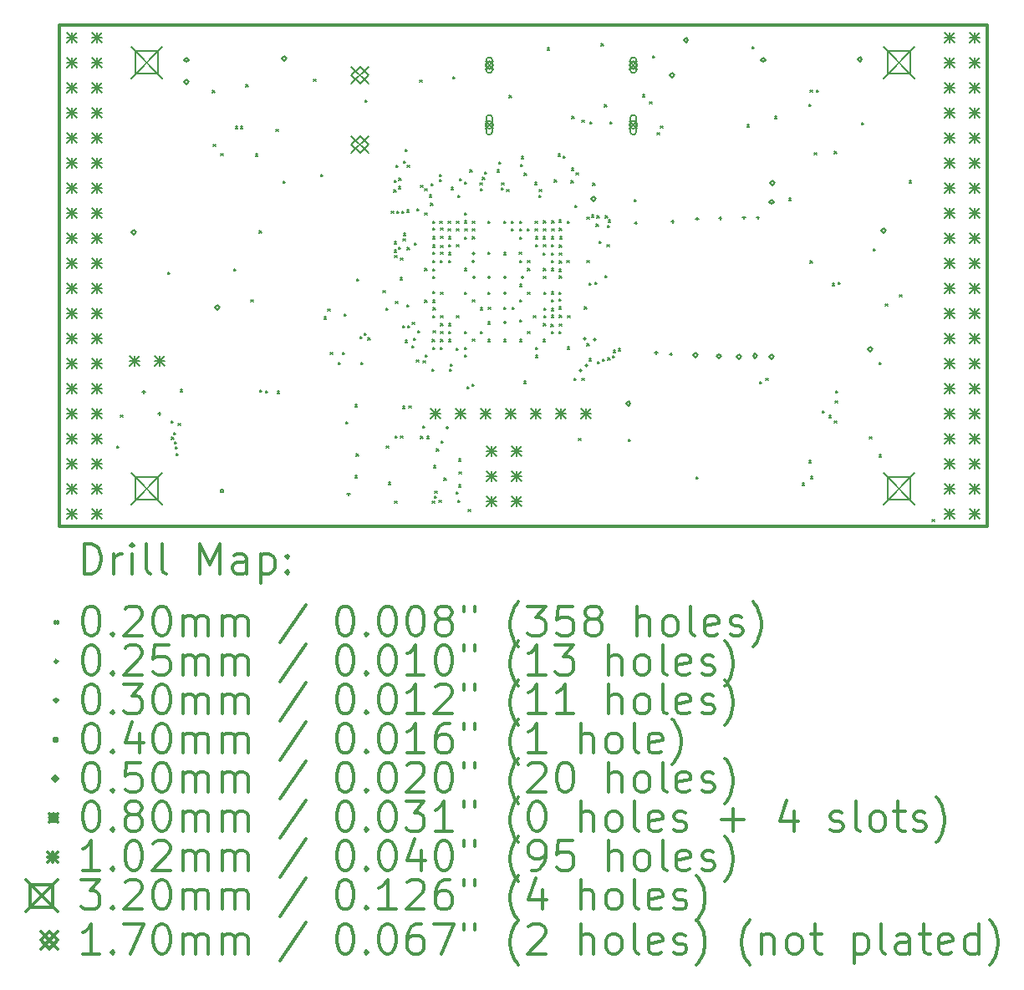
<source format=gbr>
%FSLAX45Y45*%
G04 Gerber Fmt 4.5, Leading zero omitted, Abs format (unit mm)*
G04 Created by KiCad (PCBNEW 4.0.7+dfsg1-1) date Thu Jan 11 13:34:12 2018*
%MOMM*%
%LPD*%
G01*
G04 APERTURE LIST*
%ADD10C,0.127000*%
%ADD11C,0.300000*%
%ADD12C,0.200000*%
G04 APERTURE END LIST*
D10*
D11*
X9410000Y-6142000D02*
X9410000Y-11222000D01*
X18808000Y-6142000D02*
X9410000Y-6142000D01*
X18808000Y-11222000D02*
X18808000Y-6142000D01*
X9410000Y-11222000D02*
X18808000Y-11222000D01*
D12*
X9998000Y-10410000D02*
X10018000Y-10430000D01*
X10018000Y-10410000D02*
X9998000Y-10430000D01*
X10035000Y-10094400D02*
X10055000Y-10114400D01*
X10055000Y-10094400D02*
X10035000Y-10114400D01*
X10514501Y-8649556D02*
X10534501Y-8669556D01*
X10534501Y-8649556D02*
X10514501Y-8669556D01*
X10547276Y-10156132D02*
X10567276Y-10176132D01*
X10567276Y-10156132D02*
X10547276Y-10176132D01*
X10552725Y-10321224D02*
X10572725Y-10341224D01*
X10572725Y-10321224D02*
X10552725Y-10341224D01*
X10571376Y-10271934D02*
X10591376Y-10291934D01*
X10591376Y-10271934D02*
X10571376Y-10291934D01*
X10579560Y-10366582D02*
X10599560Y-10386582D01*
X10599560Y-10366582D02*
X10579560Y-10386582D01*
X10589272Y-10418380D02*
X10609272Y-10438380D01*
X10609272Y-10418380D02*
X10589272Y-10438380D01*
X10598875Y-10487404D02*
X10618875Y-10507404D01*
X10618875Y-10487404D02*
X10598875Y-10507404D01*
X10617613Y-10179347D02*
X10637613Y-10199347D01*
X10637613Y-10179347D02*
X10617613Y-10199347D01*
X10637720Y-9838777D02*
X10657720Y-9858777D01*
X10657720Y-9838777D02*
X10637720Y-9858777D01*
X10966038Y-6807790D02*
X10986038Y-6827790D01*
X10986038Y-6807790D02*
X10966038Y-6827790D01*
X10974000Y-7352000D02*
X10994000Y-7372000D01*
X10994000Y-7352000D02*
X10974000Y-7372000D01*
X11049908Y-7448938D02*
X11069908Y-7468938D01*
X11069908Y-7448938D02*
X11049908Y-7468938D01*
X11179522Y-8615379D02*
X11199522Y-8635379D01*
X11199522Y-8615379D02*
X11179522Y-8635379D01*
X11197485Y-7171053D02*
X11217485Y-7191053D01*
X11217485Y-7171053D02*
X11197485Y-7191053D01*
X11251427Y-7170353D02*
X11271427Y-7190353D01*
X11271427Y-7170353D02*
X11251427Y-7190353D01*
X11305725Y-6746706D02*
X11325725Y-6766706D01*
X11325725Y-6746706D02*
X11305725Y-6766706D01*
X11355800Y-8926000D02*
X11375800Y-8946000D01*
X11375800Y-8926000D02*
X11355800Y-8946000D01*
X11400408Y-7451220D02*
X11420408Y-7471220D01*
X11420408Y-7451220D02*
X11400408Y-7471220D01*
X11441393Y-8230943D02*
X11461393Y-8250943D01*
X11461393Y-8230943D02*
X11441393Y-8250943D01*
X11445497Y-9843422D02*
X11465497Y-9863422D01*
X11465497Y-9843422D02*
X11445497Y-9863422D01*
X11506503Y-9849805D02*
X11526503Y-9869805D01*
X11526503Y-9849805D02*
X11506503Y-9869805D01*
X11609800Y-7198800D02*
X11629800Y-7218800D01*
X11629800Y-7198800D02*
X11609800Y-7218800D01*
X11621253Y-9854592D02*
X11641253Y-9874592D01*
X11641253Y-9854592D02*
X11621253Y-9874592D01*
X11681293Y-7725516D02*
X11701293Y-7745516D01*
X11701293Y-7725516D02*
X11681293Y-7745516D01*
X11990800Y-6690800D02*
X12010800Y-6710800D01*
X12010800Y-6690800D02*
X11990800Y-6710800D01*
X12063993Y-7659408D02*
X12083993Y-7679408D01*
X12083993Y-7659408D02*
X12063993Y-7679408D01*
X12094120Y-9102507D02*
X12114120Y-9122507D01*
X12114120Y-9102507D02*
X12094120Y-9122507D01*
X12133122Y-9021159D02*
X12153122Y-9041159D01*
X12153122Y-9021159D02*
X12133122Y-9041159D01*
X12158748Y-9461825D02*
X12178748Y-9481825D01*
X12178748Y-9461825D02*
X12158748Y-9481825D01*
X12242792Y-9562590D02*
X12262792Y-9582590D01*
X12262792Y-9562590D02*
X12242792Y-9582590D01*
X12283265Y-9462436D02*
X12303265Y-9482436D01*
X12303265Y-9462436D02*
X12283265Y-9482436D01*
X12300000Y-9072000D02*
X12320000Y-9092000D01*
X12320000Y-9072000D02*
X12300000Y-9092000D01*
X12317388Y-10161592D02*
X12337388Y-10181592D01*
X12337388Y-10161592D02*
X12317388Y-10181592D01*
X12410242Y-10710764D02*
X12430242Y-10730764D01*
X12430242Y-10710764D02*
X12410242Y-10730764D01*
X12412323Y-9990567D02*
X12432323Y-10010567D01*
X12432323Y-9990567D02*
X12412323Y-10010567D01*
X12422216Y-10490236D02*
X12442216Y-10510236D01*
X12442216Y-10490236D02*
X12422216Y-10510236D01*
X12426118Y-8717437D02*
X12446118Y-8737437D01*
X12446118Y-8717437D02*
X12426118Y-8737437D01*
X12426118Y-8717437D02*
X12446118Y-8737437D01*
X12446118Y-8717437D02*
X12426118Y-8737437D01*
X12458109Y-9299376D02*
X12478109Y-9319376D01*
X12478109Y-9299376D02*
X12458109Y-9319376D01*
X12469391Y-9561000D02*
X12489391Y-9581000D01*
X12489391Y-9561000D02*
X12469391Y-9581000D01*
X12501033Y-9268800D02*
X12521033Y-9288800D01*
X12521033Y-9268800D02*
X12501033Y-9288800D01*
X12509354Y-6905685D02*
X12529354Y-6925685D01*
X12529354Y-6905685D02*
X12509354Y-6925685D01*
X12542510Y-9313676D02*
X12562510Y-9333676D01*
X12562510Y-9313676D02*
X12542510Y-9333676D01*
X12694005Y-8832641D02*
X12714005Y-8852641D01*
X12714005Y-8832641D02*
X12694005Y-8852641D01*
X12720827Y-9012146D02*
X12740827Y-9032146D01*
X12740827Y-9012146D02*
X12720827Y-9032146D01*
X12728568Y-10410367D02*
X12748568Y-10430367D01*
X12748568Y-10410367D02*
X12728568Y-10430367D01*
X12748660Y-10777504D02*
X12768660Y-10797504D01*
X12768660Y-10777504D02*
X12748660Y-10797504D01*
X12778962Y-8030743D02*
X12798962Y-8050743D01*
X12798962Y-8030743D02*
X12778962Y-8050743D01*
X12802557Y-7813365D02*
X12822557Y-7833365D01*
X12822557Y-7813365D02*
X12802557Y-7833365D01*
X12805201Y-7715784D02*
X12825201Y-7735784D01*
X12825201Y-7715784D02*
X12805201Y-7735784D01*
X12806546Y-8340972D02*
X12826546Y-8360972D01*
X12826546Y-8340972D02*
X12806546Y-8360972D01*
X12808202Y-8425374D02*
X12828202Y-8445374D01*
X12828202Y-8425374D02*
X12808202Y-8445374D01*
X12810769Y-8478012D02*
X12830769Y-8498012D01*
X12830769Y-8478012D02*
X12810769Y-8498012D01*
X12811634Y-10966034D02*
X12831634Y-10986034D01*
X12831634Y-10966034D02*
X12811634Y-10986034D01*
X12818000Y-10310000D02*
X12838000Y-10330000D01*
X12838000Y-10310000D02*
X12818000Y-10330000D01*
X12821209Y-8945692D02*
X12841209Y-8965692D01*
X12841209Y-8945692D02*
X12821209Y-8965692D01*
X12823318Y-7566981D02*
X12843318Y-7586981D01*
X12843318Y-7566981D02*
X12823318Y-7586981D01*
X12831658Y-8029985D02*
X12851658Y-8049985D01*
X12851658Y-8029985D02*
X12831658Y-8049985D01*
X12849054Y-7779404D02*
X12869054Y-7799404D01*
X12869054Y-7779404D02*
X12849054Y-7799404D01*
X12852266Y-8396464D02*
X12872266Y-8416464D01*
X12872266Y-8396464D02*
X12852266Y-8416464D01*
X12854493Y-7695003D02*
X12874493Y-7715003D01*
X12874493Y-7695003D02*
X12854493Y-7715003D01*
X12867665Y-8702786D02*
X12887665Y-8722786D01*
X12887665Y-8702786D02*
X12867665Y-8722786D01*
X12870682Y-10308590D02*
X12890682Y-10328590D01*
X12890682Y-10308590D02*
X12870682Y-10328590D01*
X12872311Y-8505356D02*
X12892311Y-8525356D01*
X12892311Y-8505356D02*
X12872311Y-8525356D01*
X12884359Y-8029973D02*
X12904359Y-8049973D01*
X12904359Y-8029973D02*
X12884359Y-8049973D01*
X12890520Y-10007480D02*
X12910520Y-10027480D01*
X12910520Y-10007480D02*
X12890520Y-10027480D01*
X12890672Y-9188599D02*
X12910672Y-9208599D01*
X12910672Y-9188599D02*
X12890672Y-9208599D01*
X12895438Y-8307924D02*
X12915438Y-8327924D01*
X12915438Y-8307924D02*
X12895438Y-8327924D01*
X12900909Y-8255507D02*
X12920909Y-8275507D01*
X12920909Y-8255507D02*
X12900909Y-8275507D01*
X12902508Y-7521580D02*
X12922508Y-7541580D01*
X12922508Y-7521580D02*
X12902508Y-7541580D01*
X12915222Y-7404246D02*
X12935222Y-7424246D01*
X12935222Y-7404246D02*
X12915222Y-7424246D01*
X12917326Y-9337161D02*
X12937326Y-9357161D01*
X12937326Y-9337161D02*
X12917326Y-9357161D01*
X12934924Y-8977393D02*
X12954924Y-8997393D01*
X12954924Y-8977393D02*
X12934924Y-8997393D01*
X12935799Y-8018511D02*
X12955799Y-8038511D01*
X12955799Y-8018511D02*
X12935799Y-8038511D01*
X12938767Y-8397993D02*
X12958767Y-8417993D01*
X12958767Y-8397993D02*
X12938767Y-8417993D01*
X12939334Y-7563781D02*
X12959334Y-7583781D01*
X12959334Y-7563781D02*
X12939334Y-7583781D01*
X12943373Y-9188599D02*
X12963373Y-9208599D01*
X12963373Y-9188599D02*
X12943373Y-9208599D01*
X12956000Y-10005500D02*
X12976000Y-10025500D01*
X12976000Y-10005500D02*
X12956000Y-10025500D01*
X12987831Y-9391914D02*
X13007831Y-9411914D01*
X13007831Y-9391914D02*
X12987831Y-9411914D01*
X12988324Y-9156898D02*
X13008324Y-9176898D01*
X13008324Y-9156898D02*
X12988324Y-9176898D01*
X13003525Y-9318871D02*
X13023525Y-9338871D01*
X13023525Y-9318871D02*
X13003525Y-9338871D01*
X13010463Y-8349948D02*
X13030463Y-8369948D01*
X13030463Y-8349948D02*
X13010463Y-8369948D01*
X13032200Y-9535600D02*
X13052200Y-9555600D01*
X13052200Y-9535600D02*
X13032200Y-9555600D01*
X13038990Y-8006723D02*
X13058990Y-8026723D01*
X13058990Y-8006723D02*
X13038990Y-8026723D01*
X13046657Y-9241208D02*
X13066657Y-9261208D01*
X13066657Y-9241208D02*
X13046657Y-9261208D01*
X13066199Y-6701962D02*
X13086199Y-6721962D01*
X13086199Y-6701962D02*
X13066199Y-6721962D01*
X13073948Y-10310899D02*
X13093948Y-10330899D01*
X13093948Y-10310899D02*
X13073948Y-10330899D01*
X13075683Y-7768682D02*
X13095683Y-7788682D01*
X13095683Y-7768682D02*
X13075683Y-7788682D01*
X13093907Y-10208700D02*
X13113907Y-10228700D01*
X13113907Y-10208700D02*
X13093907Y-10228700D01*
X13098471Y-9546418D02*
X13118471Y-9566418D01*
X13118471Y-9546418D02*
X13098471Y-9566418D01*
X13115313Y-7803422D02*
X13135313Y-7823422D01*
X13135313Y-7803422D02*
X13115313Y-7823422D01*
X13117530Y-8049575D02*
X13137530Y-8069575D01*
X13137530Y-8049575D02*
X13117530Y-8069575D01*
X13117831Y-8611310D02*
X13137831Y-8631310D01*
X13137831Y-8611310D02*
X13117831Y-8631310D01*
X13117950Y-8930733D02*
X13137950Y-8950733D01*
X13137950Y-8930733D02*
X13117950Y-8950733D01*
X13121616Y-9485914D02*
X13141616Y-9505914D01*
X13141616Y-9485914D02*
X13121616Y-9505914D01*
X13135385Y-10310829D02*
X13155385Y-10330829D01*
X13155385Y-10310829D02*
X13135385Y-10330829D01*
X13160933Y-7864587D02*
X13180933Y-7884587D01*
X13180933Y-7864587D02*
X13160933Y-7884587D01*
X13174731Y-7948989D02*
X13194731Y-7968989D01*
X13194731Y-7948989D02*
X13174731Y-7968989D01*
X13182329Y-7748485D02*
X13202329Y-7768485D01*
X13202329Y-7748485D02*
X13182329Y-7768485D01*
X13188633Y-9630479D02*
X13208633Y-9650479D01*
X13208633Y-9630479D02*
X13188633Y-9650479D01*
X13192441Y-10966678D02*
X13212441Y-10986678D01*
X13212441Y-10966678D02*
X13192441Y-10986678D01*
X13193199Y-9330000D02*
X13213199Y-9350000D01*
X13213199Y-9330000D02*
X13193199Y-9350000D01*
X13196210Y-8443398D02*
X13216210Y-8463398D01*
X13216210Y-8443398D02*
X13196210Y-8463398D01*
X13197298Y-8527799D02*
X13217298Y-8547799D01*
X13217298Y-8527799D02*
X13197298Y-8547799D01*
X13197562Y-8931064D02*
X13217562Y-8951064D01*
X13217562Y-8931064D02*
X13197562Y-8951064D01*
X13197765Y-9087799D02*
X13217765Y-9107799D01*
X13217765Y-9087799D02*
X13197765Y-9107799D01*
X13197902Y-8288404D02*
X13217902Y-8308404D01*
X13217902Y-8288404D02*
X13197902Y-8308404D01*
X13198000Y-8130000D02*
X13218000Y-8150000D01*
X13218000Y-8130000D02*
X13198000Y-8150000D01*
X13198000Y-8690000D02*
X13218000Y-8710000D01*
X13218000Y-8690000D02*
X13198000Y-8710000D01*
X13198000Y-9410000D02*
X13218000Y-9430000D01*
X13218000Y-9410000D02*
X13198000Y-9430000D01*
X13198001Y-8200333D02*
X13218001Y-8220333D01*
X13218001Y-8200333D02*
X13198001Y-8220333D01*
X13198303Y-8616041D02*
X13218303Y-8636041D01*
X13218303Y-8616041D02*
X13198303Y-8636041D01*
X13198368Y-8372806D02*
X13218368Y-8392806D01*
X13218368Y-8372806D02*
X13198368Y-8392806D01*
X13198405Y-8845827D02*
X13218405Y-8865827D01*
X13218405Y-8845827D02*
X13198405Y-8865827D01*
X13200000Y-9008000D02*
X13220000Y-9028000D01*
X13220000Y-9008000D02*
X13200000Y-9028000D01*
X13201075Y-9242748D02*
X13221075Y-9262748D01*
X13221075Y-9242748D02*
X13201075Y-9262748D01*
X13206286Y-10608587D02*
X13226286Y-10628587D01*
X13226286Y-10608587D02*
X13206286Y-10628587D01*
X13211973Y-10917729D02*
X13231973Y-10937729D01*
X13231973Y-10917729D02*
X13211973Y-10937729D01*
X13218587Y-10865445D02*
X13238587Y-10885445D01*
X13238587Y-10865445D02*
X13218587Y-10885445D01*
X13236800Y-10440341D02*
X13256800Y-10460341D01*
X13256800Y-10440341D02*
X13236800Y-10460341D01*
X13260800Y-10958000D02*
X13280800Y-10978000D01*
X13280800Y-10958000D02*
X13260800Y-10978000D01*
X13263724Y-7657621D02*
X13283724Y-7677621D01*
X13283724Y-7657621D02*
X13263724Y-7677621D01*
X13266117Y-7710267D02*
X13286117Y-7730267D01*
X13286117Y-7710267D02*
X13266117Y-7730267D01*
X13268334Y-8130000D02*
X13288334Y-8150000D01*
X13288334Y-8130000D02*
X13268334Y-8150000D01*
X13273464Y-8527799D02*
X13293464Y-8547799D01*
X13293464Y-8527799D02*
X13273464Y-8547799D01*
X13274623Y-9409707D02*
X13294623Y-9429707D01*
X13294623Y-9409707D02*
X13274623Y-9429707D01*
X13276300Y-8202454D02*
X13296300Y-8222454D01*
X13296300Y-8202454D02*
X13276300Y-8222454D01*
X13277177Y-8443398D02*
X13297177Y-8463398D01*
X13297177Y-8443398D02*
X13277177Y-8463398D01*
X13277261Y-8286855D02*
X13297261Y-8306855D01*
X13297261Y-8286855D02*
X13277261Y-8306855D01*
X13278000Y-8850000D02*
X13298000Y-8870000D01*
X13298000Y-8850000D02*
X13278000Y-8870000D01*
X13278000Y-9090000D02*
X13298000Y-9110000D01*
X13298000Y-9090000D02*
X13278000Y-9110000D01*
X13278000Y-9170000D02*
X13298000Y-9190000D01*
X13298000Y-9170000D02*
X13278000Y-9190000D01*
X13278000Y-9250000D02*
X13298000Y-9270000D01*
X13298000Y-9250000D02*
X13278000Y-9270000D01*
X13278000Y-9330000D02*
X13298000Y-9350000D01*
X13298000Y-9330000D02*
X13278000Y-9350000D01*
X13278089Y-8379783D02*
X13298089Y-8399784D01*
X13298089Y-8379783D02*
X13278089Y-8399784D01*
X13283696Y-10361100D02*
X13303696Y-10381100D01*
X13303696Y-10361100D02*
X13283696Y-10381100D01*
X13311600Y-10736500D02*
X13331600Y-10756500D01*
X13331600Y-10736500D02*
X13311600Y-10756500D01*
X13352736Y-8131468D02*
X13372736Y-8151468D01*
X13372736Y-8131468D02*
X13352736Y-8151468D01*
X13354839Y-8209060D02*
X13374839Y-8229060D01*
X13374839Y-8209060D02*
X13354839Y-8229060D01*
X13357194Y-8449520D02*
X13377194Y-8469520D01*
X13377194Y-8449520D02*
X13357194Y-8469520D01*
X13358000Y-8290000D02*
X13378000Y-8310000D01*
X13378000Y-8290000D02*
X13358000Y-8310000D01*
X13358000Y-8370000D02*
X13378000Y-8390000D01*
X13378000Y-8370000D02*
X13358000Y-8390000D01*
X13358000Y-8530000D02*
X13378000Y-8550000D01*
X13378000Y-8530000D02*
X13358000Y-8550000D01*
X13358000Y-9170000D02*
X13378000Y-9190000D01*
X13378000Y-9170000D02*
X13358000Y-9190000D01*
X13358000Y-9250000D02*
X13378000Y-9270000D01*
X13378000Y-9250000D02*
X13358000Y-9270000D01*
X13358548Y-9330230D02*
X13378548Y-9350230D01*
X13378548Y-9330230D02*
X13358548Y-9350230D01*
X13366285Y-9629515D02*
X13386285Y-9649515D01*
X13386285Y-9629515D02*
X13366285Y-9649515D01*
X13375239Y-9577580D02*
X13395239Y-9597580D01*
X13395239Y-9577580D02*
X13375239Y-9597580D01*
X13384238Y-7788077D02*
X13404238Y-7808077D01*
X13404238Y-7788077D02*
X13384238Y-7808077D01*
X13397916Y-6668615D02*
X13417916Y-6688615D01*
X13417916Y-6668615D02*
X13397916Y-6688615D01*
X13435582Y-9416717D02*
X13455582Y-9436717D01*
X13455582Y-9416717D02*
X13435582Y-9436717D01*
X13436400Y-10874197D02*
X13456400Y-10894197D01*
X13456400Y-10874197D02*
X13436400Y-10894197D01*
X13437137Y-8130675D02*
X13457137Y-8150675D01*
X13457137Y-8130675D02*
X13437137Y-8150675D01*
X13437651Y-8208015D02*
X13457651Y-8228015D01*
X13457651Y-8208015D02*
X13437651Y-8228015D01*
X13438000Y-8370000D02*
X13458000Y-8390000D01*
X13458000Y-8370000D02*
X13438000Y-8390000D01*
X13438000Y-9090000D02*
X13458000Y-9110000D01*
X13458000Y-9090000D02*
X13438000Y-9110000D01*
X13451300Y-7871900D02*
X13471300Y-7891900D01*
X13471300Y-7871900D02*
X13451300Y-7891900D01*
X13453687Y-10961995D02*
X13473687Y-10981995D01*
X13473687Y-10961995D02*
X13453687Y-10981995D01*
X13457587Y-10803159D02*
X13477587Y-10823159D01*
X13477587Y-10803159D02*
X13457587Y-10823159D01*
X13460735Y-10540845D02*
X13480735Y-10560845D01*
X13480735Y-10540845D02*
X13460735Y-10560845D01*
X13465065Y-10671051D02*
X13485065Y-10691051D01*
X13485065Y-10671051D02*
X13465065Y-10691051D01*
X13465805Y-7703014D02*
X13485805Y-7723014D01*
X13485805Y-7703014D02*
X13465805Y-7723014D01*
X13517331Y-8851860D02*
X13537331Y-8871860D01*
X13537331Y-8851860D02*
X13517331Y-8871860D01*
X13518000Y-8292201D02*
X13538000Y-8312201D01*
X13538000Y-8292201D02*
X13518000Y-8312201D01*
X13518000Y-8610000D02*
X13538000Y-8630000D01*
X13538000Y-8610000D02*
X13518000Y-8630000D01*
X13518000Y-9250000D02*
X13538000Y-9270000D01*
X13538000Y-9250000D02*
X13518000Y-9270000D01*
X13518006Y-7736330D02*
X13538006Y-7756330D01*
X13538006Y-7736330D02*
X13518006Y-7756330D01*
X13518128Y-8048312D02*
X13538128Y-8068312D01*
X13538128Y-8048312D02*
X13518128Y-8068312D01*
X13518463Y-9488530D02*
X13538463Y-9508530D01*
X13538463Y-9488530D02*
X13518463Y-9508530D01*
X13518862Y-9412562D02*
X13538862Y-9432562D01*
X13538862Y-9412562D02*
X13518862Y-9432562D01*
X13521538Y-8129192D02*
X13541538Y-8149192D01*
X13541538Y-8129192D02*
X13521538Y-8149192D01*
X13522052Y-8209644D02*
X13542052Y-8229644D01*
X13542052Y-8209644D02*
X13522052Y-8229644D01*
X13541702Y-9806717D02*
X13561702Y-9826717D01*
X13561702Y-9806717D02*
X13541702Y-9826717D01*
X13555656Y-11051071D02*
X13575656Y-11071071D01*
X13575656Y-11051071D02*
X13555656Y-11071071D01*
X13573070Y-7610061D02*
X13593070Y-7630061D01*
X13593070Y-7610061D02*
X13573070Y-7630061D01*
X13592822Y-9782273D02*
X13612822Y-9802273D01*
X13612822Y-9782273D02*
X13592822Y-9802273D01*
X13598000Y-8210000D02*
X13618000Y-8230000D01*
X13618000Y-8210000D02*
X13598000Y-8230000D01*
X13598000Y-8290000D02*
X13618000Y-8310000D01*
X13618000Y-8290000D02*
X13598000Y-8310000D01*
X13598517Y-8929483D02*
X13618517Y-8949483D01*
X13618517Y-8929483D02*
X13598517Y-8949483D01*
X13599596Y-9326965D02*
X13619596Y-9346965D01*
X13619596Y-9326965D02*
X13599596Y-9346965D01*
X13599639Y-8129507D02*
X13619639Y-8149507D01*
X13619639Y-8129507D02*
X13599639Y-8149507D01*
X13675954Y-7745082D02*
X13695954Y-7765082D01*
X13695954Y-7745082D02*
X13675954Y-7765082D01*
X13678000Y-9250000D02*
X13698000Y-9270000D01*
X13698000Y-9250000D02*
X13678000Y-9270000D01*
X13678517Y-9009483D02*
X13698517Y-9029483D01*
X13698517Y-9009483D02*
X13678517Y-9029483D01*
X13682206Y-7799789D02*
X13702206Y-7819789D01*
X13702206Y-7799789D02*
X13682206Y-7819789D01*
X13700695Y-7687992D02*
X13720695Y-7707992D01*
X13720695Y-7687992D02*
X13700695Y-7707992D01*
X13720873Y-7631502D02*
X13740873Y-7651502D01*
X13740873Y-7631502D02*
X13720873Y-7651502D01*
X13755905Y-9153803D02*
X13775905Y-9173803D01*
X13775905Y-9153803D02*
X13755905Y-9173803D01*
X13758000Y-8130000D02*
X13778000Y-8150000D01*
X13778000Y-8130000D02*
X13758000Y-8150000D01*
X13758000Y-8850000D02*
X13778000Y-8870000D01*
X13778000Y-8850000D02*
X13758000Y-8870000D01*
X13758000Y-9330000D02*
X13778000Y-9350000D01*
X13778000Y-9330000D02*
X13758000Y-9350000D01*
X13758056Y-8443409D02*
X13778056Y-8463409D01*
X13778056Y-8443409D02*
X13758056Y-8463409D01*
X13758900Y-9002299D02*
X13778900Y-9022299D01*
X13778900Y-9002299D02*
X13758900Y-9022299D01*
X13848000Y-7610000D02*
X13868000Y-7630000D01*
X13868000Y-7610000D02*
X13848000Y-7630000D01*
X13867920Y-7530076D02*
X13887920Y-7550076D01*
X13887920Y-7530076D02*
X13867920Y-7550076D01*
X13893411Y-7794095D02*
X13913411Y-7814095D01*
X13913411Y-7794095D02*
X13893411Y-7814095D01*
X13894675Y-7741409D02*
X13914675Y-7761409D01*
X13914675Y-7741409D02*
X13894675Y-7761409D01*
X13917252Y-8451135D02*
X13937252Y-8471135D01*
X13937252Y-8451135D02*
X13917252Y-8471135D01*
X13918000Y-8130000D02*
X13938000Y-8150000D01*
X13938000Y-8130000D02*
X13918000Y-8150000D01*
X13918000Y-9002299D02*
X13938000Y-9022299D01*
X13938000Y-9002299D02*
X13918000Y-9022299D01*
X13918000Y-9330000D02*
X13938000Y-9350000D01*
X13938000Y-9330000D02*
X13918000Y-9350000D01*
X13947862Y-7810586D02*
X13967862Y-7830586D01*
X13967862Y-7810586D02*
X13947862Y-7830586D01*
X13972000Y-6856567D02*
X13992000Y-6876567D01*
X13992000Y-6856567D02*
X13972000Y-6876567D01*
X13993095Y-8210000D02*
X14013095Y-8230000D01*
X14013095Y-8210000D02*
X13993095Y-8230000D01*
X13993599Y-8130000D02*
X14013599Y-8150000D01*
X14013599Y-8130000D02*
X13993599Y-8150000D01*
X13999489Y-9002299D02*
X14019489Y-9022299D01*
X14019489Y-9002299D02*
X13999489Y-9022299D01*
X14073600Y-8443400D02*
X14093600Y-8463400D01*
X14093600Y-8443400D02*
X14073600Y-8463400D01*
X14076403Y-8294140D02*
X14096403Y-8314140D01*
X14096403Y-8294140D02*
X14076403Y-8314140D01*
X14077419Y-9133335D02*
X14097419Y-9153335D01*
X14097419Y-9133335D02*
X14077419Y-9153335D01*
X14077497Y-8207716D02*
X14097497Y-8227716D01*
X14097497Y-8207716D02*
X14077497Y-8227716D01*
X14078000Y-8130000D02*
X14098000Y-8150000D01*
X14098000Y-8130000D02*
X14078000Y-8150000D01*
X14078000Y-8530000D02*
X14098000Y-8550000D01*
X14098000Y-8530000D02*
X14078000Y-8550000D01*
X14078000Y-8770000D02*
X14098000Y-8790000D01*
X14098000Y-8770000D02*
X14078000Y-8790000D01*
X14078000Y-8930000D02*
X14098000Y-8950000D01*
X14098000Y-8930000D02*
X14078000Y-8950000D01*
X14078000Y-9330000D02*
X14098000Y-9350000D01*
X14098000Y-9330000D02*
X14078000Y-9350000D01*
X14088006Y-7558194D02*
X14108006Y-7578194D01*
X14108006Y-7558194D02*
X14088006Y-7578194D01*
X14094664Y-7477380D02*
X14114664Y-7497380D01*
X14114664Y-7477380D02*
X14094664Y-7497380D01*
X14118066Y-9754201D02*
X14138066Y-9774201D01*
X14138066Y-9754201D02*
X14118066Y-9774201D01*
X14124297Y-7645500D02*
X14144297Y-7665500D01*
X14144297Y-7645500D02*
X14124297Y-7665500D01*
X14156269Y-8210778D02*
X14176269Y-8230778D01*
X14176269Y-8210778D02*
X14156269Y-8230778D01*
X14158000Y-8530000D02*
X14178000Y-8550000D01*
X14178000Y-8530000D02*
X14158000Y-8550000D01*
X14158000Y-8610000D02*
X14178000Y-8630000D01*
X14178000Y-8610000D02*
X14158000Y-8630000D01*
X14158000Y-8850000D02*
X14178000Y-8870000D01*
X14178000Y-8850000D02*
X14158000Y-8870000D01*
X14158000Y-9250000D02*
X14178000Y-9270000D01*
X14178000Y-9250000D02*
X14158000Y-9270000D01*
X14217799Y-9090000D02*
X14237799Y-9110000D01*
X14237799Y-9090000D02*
X14217799Y-9110000D01*
X14227745Y-7739745D02*
X14247745Y-7759745D01*
X14247745Y-7739745D02*
X14227745Y-7759745D01*
X14233746Y-8208147D02*
X14253746Y-8228147D01*
X14253746Y-8208147D02*
X14233746Y-8228147D01*
X14235691Y-8130580D02*
X14255691Y-8150580D01*
X14255691Y-8130580D02*
X14235691Y-8150580D01*
X14237355Y-8289891D02*
X14257355Y-8309891D01*
X14257355Y-8289891D02*
X14237355Y-8309891D01*
X14238000Y-8370000D02*
X14258000Y-8390000D01*
X14258000Y-8370000D02*
X14238000Y-8390000D01*
X14238000Y-9410000D02*
X14258000Y-9430000D01*
X14258000Y-9410000D02*
X14238000Y-9430000D01*
X14238000Y-9490000D02*
X14258000Y-9510000D01*
X14258000Y-9490000D02*
X14238000Y-9510000D01*
X14274121Y-7868425D02*
X14294121Y-7888425D01*
X14294121Y-7868425D02*
X14274121Y-7888425D01*
X14276427Y-7811737D02*
X14296427Y-7831737D01*
X14296427Y-7811737D02*
X14276427Y-7831737D01*
X14315799Y-8290000D02*
X14335799Y-8310000D01*
X14335799Y-8290000D02*
X14315799Y-8310000D01*
X14316000Y-8452000D02*
X14336000Y-8472000D01*
X14336000Y-8452000D02*
X14316000Y-8472000D01*
X14316969Y-9331491D02*
X14336969Y-9351491D01*
X14336969Y-9331491D02*
X14316969Y-9351491D01*
X14318000Y-8370000D02*
X14338000Y-8390000D01*
X14338000Y-8370000D02*
X14318000Y-8390000D01*
X14318000Y-8690000D02*
X14338000Y-8710000D01*
X14338000Y-8690000D02*
X14318000Y-8710000D01*
X14318000Y-9170000D02*
X14338000Y-9190000D01*
X14338000Y-9170000D02*
X14318000Y-9190000D01*
X14318147Y-8210607D02*
X14338147Y-8230607D01*
X14338147Y-8210607D02*
X14318147Y-8230607D01*
X14320000Y-8612000D02*
X14340000Y-8632000D01*
X14340000Y-8612000D02*
X14320000Y-8632000D01*
X14320092Y-8127729D02*
X14340092Y-8147729D01*
X14340092Y-8127729D02*
X14320092Y-8147729D01*
X14322201Y-8849503D02*
X14342201Y-8869503D01*
X14342201Y-8849503D02*
X14322201Y-8869503D01*
X14322201Y-9010195D02*
X14342201Y-9030195D01*
X14342201Y-9010195D02*
X14322201Y-9030195D01*
X14322201Y-9090066D02*
X14342201Y-9110066D01*
X14342201Y-9090066D02*
X14322201Y-9110066D01*
X14355067Y-6376252D02*
X14375067Y-6396252D01*
X14375067Y-6376252D02*
X14355067Y-6396252D01*
X14396483Y-9177765D02*
X14416483Y-9197765D01*
X14416483Y-9177765D02*
X14396483Y-9197765D01*
X14397624Y-8929530D02*
X14417624Y-8949530D01*
X14417624Y-8929530D02*
X14397624Y-8949530D01*
X14397701Y-9016697D02*
X14417701Y-9036697D01*
X14417701Y-9016697D02*
X14397701Y-9036697D01*
X14398000Y-8610000D02*
X14418000Y-8630000D01*
X14418000Y-8610000D02*
X14398000Y-8630000D01*
X14398000Y-9085650D02*
X14418000Y-9105650D01*
X14418000Y-9085650D02*
X14398000Y-9105650D01*
X14398283Y-8848451D02*
X14418283Y-8868451D01*
X14418283Y-8848451D02*
X14398283Y-8868451D01*
X14400201Y-8290000D02*
X14420201Y-8310000D01*
X14420201Y-8290000D02*
X14400201Y-8310000D01*
X14400201Y-8529722D02*
X14420201Y-8549722D01*
X14420201Y-8529722D02*
X14400201Y-8549722D01*
X14400319Y-8367799D02*
X14420319Y-8387799D01*
X14420319Y-8367799D02*
X14400319Y-8387799D01*
X14400350Y-8456040D02*
X14420350Y-8476040D01*
X14420350Y-8456040D02*
X14400350Y-8476040D01*
X14401325Y-9248876D02*
X14421325Y-9268876D01*
X14421325Y-9248876D02*
X14401325Y-9268876D01*
X14402549Y-8208647D02*
X14422549Y-8228647D01*
X14422549Y-8208647D02*
X14402549Y-8228647D01*
X14404493Y-8128708D02*
X14424493Y-8148708D01*
X14424493Y-8128708D02*
X14404493Y-8148708D01*
X14429487Y-7711993D02*
X14449487Y-7731993D01*
X14449487Y-7711993D02*
X14429487Y-7731993D01*
X14468000Y-7449038D02*
X14488000Y-7469038D01*
X14488000Y-7449038D02*
X14468000Y-7469038D01*
X14475581Y-8916848D02*
X14495581Y-8936848D01*
X14495581Y-8916848D02*
X14475581Y-8936848D01*
X14476724Y-9001248D02*
X14496724Y-9021248D01*
X14496724Y-9001248D02*
X14476724Y-9021248D01*
X14477515Y-8619275D02*
X14497515Y-8639275D01*
X14497515Y-8619275D02*
X14477515Y-8639275D01*
X14477765Y-8852201D02*
X14497765Y-8872201D01*
X14497765Y-8852201D02*
X14477765Y-8872201D01*
X14478001Y-8120333D02*
X14498001Y-8140333D01*
X14498001Y-8120333D02*
X14478001Y-8140333D01*
X14478235Y-9247799D02*
X14498235Y-9267799D01*
X14498235Y-9247799D02*
X14478235Y-9267799D01*
X14478812Y-8204734D02*
X14498812Y-8224734D01*
X14498812Y-8204734D02*
X14478812Y-8224734D01*
X14478935Y-8534874D02*
X14498935Y-8554874D01*
X14498935Y-8534874D02*
X14478935Y-8554874D01*
X14479432Y-8687756D02*
X14499432Y-8707756D01*
X14499432Y-8687756D02*
X14479432Y-8707756D01*
X14479670Y-8373537D02*
X14499670Y-8393537D01*
X14499670Y-8373537D02*
X14479670Y-8393537D01*
X14480000Y-9172000D02*
X14500000Y-9192000D01*
X14500000Y-9172000D02*
X14480000Y-9192000D01*
X14480294Y-9085650D02*
X14500294Y-9105650D01*
X14500294Y-9085650D02*
X14480294Y-9105650D01*
X14481241Y-8453582D02*
X14501241Y-8473582D01*
X14501241Y-8453582D02*
X14481241Y-8473582D01*
X14481689Y-8289136D02*
X14501689Y-8309136D01*
X14501689Y-8289136D02*
X14481689Y-8309136D01*
X14515569Y-7471722D02*
X14535569Y-7491722D01*
X14535569Y-7471722D02*
X14515569Y-7491722D01*
X14557281Y-8529606D02*
X14577281Y-8549606D01*
X14577281Y-8529606D02*
X14557281Y-8549606D01*
X14558000Y-8130512D02*
X14578000Y-8150512D01*
X14578000Y-8130512D02*
X14558000Y-8150512D01*
X14559124Y-9406675D02*
X14579124Y-9426675D01*
X14579124Y-9406675D02*
X14559124Y-9426675D01*
X14565987Y-9091018D02*
X14585987Y-9111018D01*
X14585987Y-9091018D02*
X14565987Y-9111018D01*
X14598908Y-7720057D02*
X14618908Y-7740057D01*
X14618908Y-7720057D02*
X14598908Y-7740057D01*
X14603080Y-7596013D02*
X14623080Y-7616013D01*
X14623080Y-7596013D02*
X14603080Y-7616013D01*
X14608000Y-7070000D02*
X14628000Y-7090000D01*
X14628000Y-7070000D02*
X14608000Y-7090000D01*
X14629479Y-9723392D02*
X14649479Y-9743392D01*
X14649479Y-9723392D02*
X14629479Y-9743392D01*
X14638141Y-7971938D02*
X14658141Y-7991938D01*
X14658141Y-7971938D02*
X14638141Y-7991938D01*
X14647773Y-7640082D02*
X14667773Y-7660082D01*
X14667773Y-7640082D02*
X14647773Y-7660082D01*
X14674429Y-10335274D02*
X14694429Y-10355274D01*
X14694429Y-10335274D02*
X14674429Y-10355274D01*
X14707598Y-9723392D02*
X14727598Y-9743392D01*
X14727598Y-9723392D02*
X14707598Y-9743392D01*
X14708600Y-7110000D02*
X14728600Y-7130000D01*
X14728600Y-7110000D02*
X14708600Y-7130000D01*
X14733095Y-9001248D02*
X14753095Y-9021248D01*
X14753095Y-9001248D02*
X14733095Y-9021248D01*
X14758739Y-8527409D02*
X14778739Y-8547409D01*
X14778739Y-8527409D02*
X14758739Y-8547409D01*
X14758831Y-8088311D02*
X14778831Y-8108311D01*
X14778831Y-8088311D02*
X14758831Y-8108311D01*
X14760000Y-9372000D02*
X14780000Y-9392000D01*
X14780000Y-9372000D02*
X14760000Y-9392000D01*
X14781079Y-8758342D02*
X14801079Y-8778342D01*
X14801079Y-8758342D02*
X14781079Y-8778342D01*
X14782886Y-9523902D02*
X14802886Y-9543902D01*
X14802886Y-9523902D02*
X14782886Y-9543902D01*
X14788315Y-7124708D02*
X14808315Y-7144708D01*
X14808315Y-7124708D02*
X14788315Y-7144708D01*
X14807525Y-8068155D02*
X14827525Y-8088155D01*
X14827525Y-8068155D02*
X14807525Y-8088155D01*
X14817193Y-7745807D02*
X14837193Y-7765807D01*
X14837193Y-7745807D02*
X14817193Y-7765807D01*
X14838354Y-8750817D02*
X14858354Y-8770817D01*
X14858354Y-8750817D02*
X14838354Y-8770817D01*
X14851066Y-8160586D02*
X14871066Y-8180586D01*
X14871066Y-8160586D02*
X14851066Y-8180586D01*
X14859611Y-8076185D02*
X14879611Y-8096185D01*
X14879611Y-8076185D02*
X14859611Y-8096185D01*
X14864798Y-9556963D02*
X14884798Y-9576963D01*
X14884798Y-9556963D02*
X14864798Y-9576963D01*
X14882151Y-8334201D02*
X14902151Y-8354201D01*
X14902151Y-8334201D02*
X14882151Y-8354201D01*
X14903412Y-6332405D02*
X14923412Y-6352405D01*
X14923412Y-6332405D02*
X14903412Y-6352405D01*
X14918439Y-9527799D02*
X14938439Y-9547799D01*
X14938439Y-9527799D02*
X14918439Y-9547799D01*
X14937595Y-6951968D02*
X14957595Y-6971968D01*
X14957595Y-6951968D02*
X14937595Y-6971968D01*
X14943392Y-8680994D02*
X14963392Y-8700994D01*
X14963392Y-8680994D02*
X14943392Y-8700994D01*
X14944975Y-8076843D02*
X14964975Y-8096843D01*
X14964975Y-8076843D02*
X14944975Y-8096843D01*
X14963249Y-8370769D02*
X14983249Y-8390769D01*
X14983249Y-8370769D02*
X14963249Y-8390769D01*
X14967169Y-8172566D02*
X14987169Y-8192566D01*
X14987169Y-8172566D02*
X14967169Y-8192566D01*
X14969589Y-9515108D02*
X14989589Y-9535108D01*
X14989589Y-9515108D02*
X14969589Y-9535108D01*
X14974647Y-8120398D02*
X14994647Y-8140398D01*
X14994647Y-8120398D02*
X14974647Y-8140398D01*
X14993085Y-7123185D02*
X15013085Y-7143185D01*
X15013085Y-7123185D02*
X14993085Y-7143185D01*
X15017890Y-9494025D02*
X15037890Y-9514025D01*
X15037890Y-9494025D02*
X15017890Y-9514025D01*
X15024597Y-9441753D02*
X15044597Y-9461753D01*
X15044597Y-9441753D02*
X15024597Y-9461753D01*
X15078921Y-9423257D02*
X15098921Y-9443257D01*
X15098921Y-9423257D02*
X15078921Y-9443257D01*
X15179638Y-10341072D02*
X15199638Y-10361072D01*
X15199638Y-10341072D02*
X15179638Y-10361072D01*
X15239707Y-7909347D02*
X15259707Y-7929347D01*
X15259707Y-7909347D02*
X15239707Y-7929347D01*
X15319711Y-6850829D02*
X15339711Y-6870829D01*
X15339711Y-6850829D02*
X15319711Y-6870829D01*
X15395230Y-6920230D02*
X15415230Y-6940230D01*
X15415230Y-6920230D02*
X15395230Y-6940230D01*
X15422933Y-6454377D02*
X15442933Y-6474377D01*
X15442933Y-6454377D02*
X15422933Y-6474377D01*
X15469400Y-7232600D02*
X15489400Y-7252600D01*
X15489400Y-7232600D02*
X15469400Y-7252600D01*
X15504936Y-7166453D02*
X15524936Y-7186453D01*
X15524936Y-7166453D02*
X15504936Y-7186453D01*
X15861665Y-10722518D02*
X15881665Y-10742518D01*
X15881665Y-10722518D02*
X15861665Y-10742518D01*
X16380885Y-7155186D02*
X16400885Y-7175186D01*
X16400885Y-7155186D02*
X16380885Y-7175186D01*
X16433388Y-6363745D02*
X16453388Y-6383745D01*
X16453388Y-6363745D02*
X16433388Y-6383745D01*
X16507059Y-9756632D02*
X16527059Y-9776632D01*
X16527059Y-9756632D02*
X16507059Y-9776632D01*
X16570337Y-9724488D02*
X16590337Y-9744488D01*
X16590337Y-9724488D02*
X16570337Y-9744488D01*
X16657891Y-7070355D02*
X16677891Y-7090355D01*
X16677891Y-7070355D02*
X16657891Y-7090355D01*
X16806644Y-7900804D02*
X16826644Y-7920804D01*
X16826644Y-7900804D02*
X16806644Y-7920804D01*
X16940659Y-10785373D02*
X16960659Y-10805373D01*
X16960659Y-10785373D02*
X16940659Y-10805373D01*
X17005773Y-10556635D02*
X17025773Y-10576635D01*
X17025773Y-10556635D02*
X17005773Y-10576635D01*
X17008296Y-6947101D02*
X17028296Y-6967101D01*
X17028296Y-6947101D02*
X17008296Y-6967101D01*
X17020000Y-6805100D02*
X17040000Y-6825100D01*
X17040000Y-6805100D02*
X17020000Y-6825100D01*
X17020954Y-8534153D02*
X17040954Y-8554153D01*
X17040954Y-8534153D02*
X17020954Y-8554153D01*
X17026290Y-10718620D02*
X17046290Y-10738620D01*
X17046290Y-10718620D02*
X17026290Y-10738620D01*
X17063590Y-7436498D02*
X17083590Y-7456498D01*
X17083590Y-7436498D02*
X17063590Y-7456498D01*
X17085000Y-6802556D02*
X17105000Y-6822556D01*
X17105000Y-6802556D02*
X17085000Y-6822556D01*
X17144030Y-10054574D02*
X17164030Y-10074574D01*
X17164030Y-10054574D02*
X17144030Y-10074574D01*
X17209336Y-10100566D02*
X17229336Y-10120566D01*
X17229336Y-10100566D02*
X17209336Y-10120566D01*
X17246454Y-8762201D02*
X17266454Y-8782201D01*
X17266454Y-8762201D02*
X17246454Y-8782201D01*
X17264664Y-7424799D02*
X17284664Y-7444799D01*
X17284664Y-7424799D02*
X17264664Y-7444799D01*
X17266127Y-10155168D02*
X17286127Y-10175168D01*
X17286127Y-10155168D02*
X17266127Y-10175168D01*
X17273463Y-9949992D02*
X17293463Y-9969992D01*
X17293463Y-9949992D02*
X17273463Y-9969992D01*
X17277992Y-9851865D02*
X17297992Y-9871865D01*
X17297992Y-9851865D02*
X17277992Y-9871865D01*
X17303795Y-8749428D02*
X17323795Y-8769428D01*
X17323795Y-8749428D02*
X17303795Y-8769428D01*
X17539563Y-7135743D02*
X17559563Y-7155743D01*
X17559563Y-7135743D02*
X17539563Y-7155743D01*
X17620559Y-10317981D02*
X17640559Y-10337981D01*
X17640559Y-10317981D02*
X17620559Y-10337981D01*
X17660000Y-8412000D02*
X17680000Y-8432000D01*
X17680000Y-8412000D02*
X17660000Y-8432000D01*
X17717400Y-10497912D02*
X17737400Y-10517912D01*
X17737400Y-10497912D02*
X17717400Y-10517912D01*
X17718500Y-9561000D02*
X17738500Y-9581000D01*
X17738500Y-9561000D02*
X17718500Y-9581000D01*
X17782698Y-8971206D02*
X17802698Y-8991206D01*
X17802698Y-8971206D02*
X17782698Y-8991206D01*
X17925151Y-8876833D02*
X17945151Y-8896833D01*
X17945151Y-8876833D02*
X17925151Y-8896833D01*
X18024078Y-7721693D02*
X18044078Y-7741693D01*
X18044078Y-7721693D02*
X18024078Y-7741693D01*
X18257515Y-11153763D02*
X18277515Y-11173763D01*
X18277515Y-11153763D02*
X18257515Y-11173763D01*
X13357629Y-10223262D02*
G75*
G03X13357629Y-10223262I-12700J0D01*
G01*
X13620700Y-8460000D02*
G75*
G03X13620700Y-8460000I-12700J0D01*
G01*
X13620700Y-8540000D02*
G75*
G03X13620700Y-8540000I-12700J0D01*
G01*
X13623799Y-8699540D02*
G75*
G03X13623799Y-8699540I-12700J0D01*
G01*
X13780700Y-8700000D02*
G75*
G03X13780700Y-8700000I-12700J0D01*
G01*
X13939164Y-9161521D02*
G75*
G03X13939164Y-9161521I-12700J0D01*
G01*
X13940700Y-8700000D02*
G75*
G03X13940700Y-8700000I-12700J0D01*
G01*
X13940700Y-8860000D02*
G75*
G03X13940700Y-8860000I-12700J0D01*
G01*
X14116986Y-8699500D02*
G75*
G03X14116986Y-8699500I-12700J0D01*
G01*
X14706928Y-9645206D02*
G75*
G03X14706928Y-9645206I-12700J0D01*
G01*
X14747089Y-9321713D02*
G75*
G03X14747089Y-9321713I-12700J0D01*
G01*
X14766147Y-9591326D02*
G75*
G03X14766147Y-9591326I-12700J0D01*
G01*
X14847601Y-9332231D02*
G75*
G03X14847601Y-9332231I-12700J0D01*
G01*
X10271005Y-9844495D02*
X10271005Y-9874495D01*
X10256005Y-9859495D02*
X10286005Y-9859495D01*
X10426000Y-10064000D02*
X10426000Y-10094000D01*
X10411000Y-10079000D02*
X10441000Y-10079000D01*
X12343700Y-10882200D02*
X12343700Y-10912200D01*
X12328700Y-10897200D02*
X12358700Y-10897200D01*
X15252594Y-8131387D02*
X15252594Y-8161387D01*
X15237594Y-8146387D02*
X15267594Y-8146387D01*
X15459390Y-9445795D02*
X15459390Y-9475795D01*
X15444390Y-9460795D02*
X15474390Y-9460795D01*
X15608824Y-9461298D02*
X15608824Y-9491298D01*
X15593824Y-9476298D02*
X15623824Y-9476298D01*
X15626277Y-8119937D02*
X15626277Y-8149937D01*
X15611277Y-8134937D02*
X15641277Y-8134937D01*
X15873113Y-8089893D02*
X15873113Y-8119893D01*
X15858113Y-8104893D02*
X15888113Y-8104893D01*
X16107576Y-8084202D02*
X16107576Y-8114202D01*
X16092576Y-8099202D02*
X16122576Y-8099202D01*
X16346298Y-8079243D02*
X16346298Y-8109243D01*
X16331298Y-8094243D02*
X16361298Y-8094243D01*
X16488287Y-8078899D02*
X16488287Y-8108899D01*
X16473287Y-8093899D02*
X16503287Y-8093899D01*
X11073534Y-10877788D02*
X11073534Y-10849504D01*
X11045249Y-10849504D01*
X11045249Y-10877788D01*
X11073534Y-10877788D01*
X10170789Y-8267318D02*
X10195789Y-8242318D01*
X10170789Y-8217318D01*
X10145789Y-8242318D01*
X10170789Y-8267318D01*
X10697481Y-6520397D02*
X10722481Y-6495397D01*
X10697481Y-6470397D01*
X10672481Y-6495397D01*
X10697481Y-6520397D01*
X10702149Y-6747812D02*
X10727149Y-6722812D01*
X10702149Y-6697812D01*
X10677149Y-6722812D01*
X10702149Y-6747812D01*
X11012889Y-9027815D02*
X11037889Y-9002815D01*
X11012889Y-8977815D01*
X10987889Y-9002815D01*
X11012889Y-9027815D01*
X11688050Y-6505294D02*
X11713050Y-6480294D01*
X11688050Y-6455294D01*
X11663050Y-6480294D01*
X11688050Y-6505294D01*
X14823746Y-7926909D02*
X14848746Y-7901909D01*
X14823746Y-7876909D01*
X14798746Y-7901909D01*
X14823746Y-7926909D01*
X15175800Y-10002400D02*
X15200800Y-9977400D01*
X15175800Y-9952400D01*
X15150800Y-9977400D01*
X15175800Y-10002400D01*
X15623558Y-6679836D02*
X15648558Y-6654836D01*
X15623558Y-6629836D01*
X15598558Y-6654836D01*
X15623558Y-6679836D01*
X15760000Y-6319400D02*
X15785000Y-6294400D01*
X15760000Y-6269400D01*
X15735000Y-6294400D01*
X15760000Y-6319400D01*
X15853999Y-9511877D02*
X15878999Y-9486877D01*
X15853999Y-9461877D01*
X15828999Y-9486877D01*
X15853999Y-9511877D01*
X16090540Y-9525644D02*
X16115540Y-9500644D01*
X16090540Y-9475644D01*
X16065540Y-9500644D01*
X16090540Y-9525644D01*
X16295610Y-9532849D02*
X16320610Y-9507849D01*
X16295610Y-9482849D01*
X16270610Y-9507849D01*
X16295610Y-9532849D01*
X16462573Y-9523247D02*
X16487573Y-9498247D01*
X16462573Y-9473247D01*
X16437573Y-9498247D01*
X16462573Y-9523247D01*
X16541725Y-6520467D02*
X16566725Y-6495467D01*
X16541725Y-6470467D01*
X16516725Y-6495467D01*
X16541725Y-6520467D01*
X16624896Y-7959841D02*
X16649896Y-7934841D01*
X16624896Y-7909841D01*
X16599896Y-7934841D01*
X16624896Y-7959841D01*
X16628469Y-9527515D02*
X16653469Y-9502515D01*
X16628469Y-9477515D01*
X16603469Y-9502515D01*
X16628469Y-9527515D01*
X16634336Y-7772799D02*
X16659336Y-7747799D01*
X16634336Y-7722799D01*
X16609336Y-7747799D01*
X16634336Y-7772799D01*
X17521033Y-6519894D02*
X17546033Y-6494894D01*
X17521033Y-6469894D01*
X17496033Y-6494894D01*
X17521033Y-6519894D01*
X17625494Y-9453846D02*
X17650494Y-9428846D01*
X17625494Y-9403846D01*
X17600494Y-9428846D01*
X17625494Y-9453846D01*
X17765844Y-8253135D02*
X17790844Y-8228135D01*
X17765844Y-8203135D01*
X17740844Y-8228135D01*
X17765844Y-8253135D01*
X13728000Y-6510000D02*
X13808000Y-6590000D01*
X13808000Y-6510000D02*
X13728000Y-6590000D01*
X13808000Y-6550000D02*
G75*
G03X13808000Y-6550000I-40000J0D01*
G01*
X13738000Y-6500000D02*
X13738000Y-6600000D01*
X13798000Y-6500000D02*
X13798000Y-6600000D01*
X13738000Y-6600000D02*
G75*
G03X13798000Y-6600000I30000J0D01*
G01*
X13798000Y-6500000D02*
G75*
G03X13738000Y-6500000I-30000J0D01*
G01*
X13728000Y-7115000D02*
X13808000Y-7195000D01*
X13808000Y-7115000D02*
X13728000Y-7195000D01*
X13808000Y-7155000D02*
G75*
G03X13808000Y-7155000I-40000J0D01*
G01*
X13738000Y-7085000D02*
X13738000Y-7225000D01*
X13798000Y-7085000D02*
X13798000Y-7225000D01*
X13738000Y-7225000D02*
G75*
G03X13798000Y-7225000I30000J0D01*
G01*
X13798000Y-7085000D02*
G75*
G03X13738000Y-7085000I-30000J0D01*
G01*
X15188000Y-6510000D02*
X15268000Y-6590000D01*
X15268000Y-6510000D02*
X15188000Y-6590000D01*
X15268000Y-6550000D02*
G75*
G03X15268000Y-6550000I-40000J0D01*
G01*
X15198000Y-6500000D02*
X15198000Y-6600000D01*
X15258000Y-6500000D02*
X15258000Y-6600000D01*
X15198000Y-6600000D02*
G75*
G03X15258000Y-6600000I30000J0D01*
G01*
X15258000Y-6500000D02*
G75*
G03X15198000Y-6500000I-30000J0D01*
G01*
X15188000Y-7115000D02*
X15268000Y-7195000D01*
X15268000Y-7115000D02*
X15188000Y-7195000D01*
X15268000Y-7155000D02*
G75*
G03X15268000Y-7155000I-40000J0D01*
G01*
X15198000Y-7085000D02*
X15198000Y-7225000D01*
X15258000Y-7085000D02*
X15258000Y-7225000D01*
X15198000Y-7225000D02*
G75*
G03X15258000Y-7225000I30000J0D01*
G01*
X15258000Y-7085000D02*
G75*
G03X15198000Y-7085000I-30000J0D01*
G01*
X9486200Y-6218200D02*
X9587800Y-6319800D01*
X9587800Y-6218200D02*
X9486200Y-6319800D01*
X9537000Y-6218200D02*
X9537000Y-6319800D01*
X9486200Y-6269000D02*
X9587800Y-6269000D01*
X9486200Y-6472200D02*
X9587800Y-6573800D01*
X9587800Y-6472200D02*
X9486200Y-6573800D01*
X9537000Y-6472200D02*
X9537000Y-6573800D01*
X9486200Y-6523000D02*
X9587800Y-6523000D01*
X9486200Y-6726200D02*
X9587800Y-6827800D01*
X9587800Y-6726200D02*
X9486200Y-6827800D01*
X9537000Y-6726200D02*
X9537000Y-6827800D01*
X9486200Y-6777000D02*
X9587800Y-6777000D01*
X9486200Y-6980200D02*
X9587800Y-7081800D01*
X9587800Y-6980200D02*
X9486200Y-7081800D01*
X9537000Y-6980200D02*
X9537000Y-7081800D01*
X9486200Y-7031000D02*
X9587800Y-7031000D01*
X9486200Y-7234200D02*
X9587800Y-7335800D01*
X9587800Y-7234200D02*
X9486200Y-7335800D01*
X9537000Y-7234200D02*
X9537000Y-7335800D01*
X9486200Y-7285000D02*
X9587800Y-7285000D01*
X9486200Y-7488200D02*
X9587800Y-7589800D01*
X9587800Y-7488200D02*
X9486200Y-7589800D01*
X9537000Y-7488200D02*
X9537000Y-7589800D01*
X9486200Y-7539000D02*
X9587800Y-7539000D01*
X9486200Y-7742200D02*
X9587800Y-7843800D01*
X9587800Y-7742200D02*
X9486200Y-7843800D01*
X9537000Y-7742200D02*
X9537000Y-7843800D01*
X9486200Y-7793000D02*
X9587800Y-7793000D01*
X9486200Y-7996200D02*
X9587800Y-8097800D01*
X9587800Y-7996200D02*
X9486200Y-8097800D01*
X9537000Y-7996200D02*
X9537000Y-8097800D01*
X9486200Y-8047000D02*
X9587800Y-8047000D01*
X9486200Y-8250200D02*
X9587800Y-8351800D01*
X9587800Y-8250200D02*
X9486200Y-8351800D01*
X9537000Y-8250200D02*
X9537000Y-8351800D01*
X9486200Y-8301000D02*
X9587800Y-8301000D01*
X9486200Y-8504200D02*
X9587800Y-8605800D01*
X9587800Y-8504200D02*
X9486200Y-8605800D01*
X9537000Y-8504200D02*
X9537000Y-8605800D01*
X9486200Y-8555000D02*
X9587800Y-8555000D01*
X9486200Y-8758200D02*
X9587800Y-8859800D01*
X9587800Y-8758200D02*
X9486200Y-8859800D01*
X9537000Y-8758200D02*
X9537000Y-8859800D01*
X9486200Y-8809000D02*
X9587800Y-8809000D01*
X9486200Y-9012200D02*
X9587800Y-9113800D01*
X9587800Y-9012200D02*
X9486200Y-9113800D01*
X9537000Y-9012200D02*
X9537000Y-9113800D01*
X9486200Y-9063000D02*
X9587800Y-9063000D01*
X9486200Y-9266200D02*
X9587800Y-9367800D01*
X9587800Y-9266200D02*
X9486200Y-9367800D01*
X9537000Y-9266200D02*
X9537000Y-9367800D01*
X9486200Y-9317000D02*
X9587800Y-9317000D01*
X9486200Y-9520200D02*
X9587800Y-9621800D01*
X9587800Y-9520200D02*
X9486200Y-9621800D01*
X9537000Y-9520200D02*
X9537000Y-9621800D01*
X9486200Y-9571000D02*
X9587800Y-9571000D01*
X9486200Y-9774200D02*
X9587800Y-9875800D01*
X9587800Y-9774200D02*
X9486200Y-9875800D01*
X9537000Y-9774200D02*
X9537000Y-9875800D01*
X9486200Y-9825000D02*
X9587800Y-9825000D01*
X9486200Y-10028200D02*
X9587800Y-10129800D01*
X9587800Y-10028200D02*
X9486200Y-10129800D01*
X9537000Y-10028200D02*
X9537000Y-10129800D01*
X9486200Y-10079000D02*
X9587800Y-10079000D01*
X9486200Y-10282200D02*
X9587800Y-10383800D01*
X9587800Y-10282200D02*
X9486200Y-10383800D01*
X9537000Y-10282200D02*
X9537000Y-10383800D01*
X9486200Y-10333000D02*
X9587800Y-10333000D01*
X9486200Y-10536200D02*
X9587800Y-10637800D01*
X9587800Y-10536200D02*
X9486200Y-10637800D01*
X9537000Y-10536200D02*
X9537000Y-10637800D01*
X9486200Y-10587000D02*
X9587800Y-10587000D01*
X9486200Y-10790200D02*
X9587800Y-10891800D01*
X9587800Y-10790200D02*
X9486200Y-10891800D01*
X9537000Y-10790200D02*
X9537000Y-10891800D01*
X9486200Y-10841000D02*
X9587800Y-10841000D01*
X9486200Y-11044200D02*
X9587800Y-11145800D01*
X9587800Y-11044200D02*
X9486200Y-11145800D01*
X9537000Y-11044200D02*
X9537000Y-11145800D01*
X9486200Y-11095000D02*
X9587800Y-11095000D01*
X9740200Y-6218200D02*
X9841800Y-6319800D01*
X9841800Y-6218200D02*
X9740200Y-6319800D01*
X9791000Y-6218200D02*
X9791000Y-6319800D01*
X9740200Y-6269000D02*
X9841800Y-6269000D01*
X9740200Y-6472200D02*
X9841800Y-6573800D01*
X9841800Y-6472200D02*
X9740200Y-6573800D01*
X9791000Y-6472200D02*
X9791000Y-6573800D01*
X9740200Y-6523000D02*
X9841800Y-6523000D01*
X9740200Y-6726200D02*
X9841800Y-6827800D01*
X9841800Y-6726200D02*
X9740200Y-6827800D01*
X9791000Y-6726200D02*
X9791000Y-6827800D01*
X9740200Y-6777000D02*
X9841800Y-6777000D01*
X9740200Y-6980200D02*
X9841800Y-7081800D01*
X9841800Y-6980200D02*
X9740200Y-7081800D01*
X9791000Y-6980200D02*
X9791000Y-7081800D01*
X9740200Y-7031000D02*
X9841800Y-7031000D01*
X9740200Y-7234200D02*
X9841800Y-7335800D01*
X9841800Y-7234200D02*
X9740200Y-7335800D01*
X9791000Y-7234200D02*
X9791000Y-7335800D01*
X9740200Y-7285000D02*
X9841800Y-7285000D01*
X9740200Y-7488200D02*
X9841800Y-7589800D01*
X9841800Y-7488200D02*
X9740200Y-7589800D01*
X9791000Y-7488200D02*
X9791000Y-7589800D01*
X9740200Y-7539000D02*
X9841800Y-7539000D01*
X9740200Y-7742200D02*
X9841800Y-7843800D01*
X9841800Y-7742200D02*
X9740200Y-7843800D01*
X9791000Y-7742200D02*
X9791000Y-7843800D01*
X9740200Y-7793000D02*
X9841800Y-7793000D01*
X9740200Y-7996200D02*
X9841800Y-8097800D01*
X9841800Y-7996200D02*
X9740200Y-8097800D01*
X9791000Y-7996200D02*
X9791000Y-8097800D01*
X9740200Y-8047000D02*
X9841800Y-8047000D01*
X9740200Y-8250200D02*
X9841800Y-8351800D01*
X9841800Y-8250200D02*
X9740200Y-8351800D01*
X9791000Y-8250200D02*
X9791000Y-8351800D01*
X9740200Y-8301000D02*
X9841800Y-8301000D01*
X9740200Y-8504200D02*
X9841800Y-8605800D01*
X9841800Y-8504200D02*
X9740200Y-8605800D01*
X9791000Y-8504200D02*
X9791000Y-8605800D01*
X9740200Y-8555000D02*
X9841800Y-8555000D01*
X9740200Y-8758200D02*
X9841800Y-8859800D01*
X9841800Y-8758200D02*
X9740200Y-8859800D01*
X9791000Y-8758200D02*
X9791000Y-8859800D01*
X9740200Y-8809000D02*
X9841800Y-8809000D01*
X9740200Y-9012200D02*
X9841800Y-9113800D01*
X9841800Y-9012200D02*
X9740200Y-9113800D01*
X9791000Y-9012200D02*
X9791000Y-9113800D01*
X9740200Y-9063000D02*
X9841800Y-9063000D01*
X9740200Y-9266200D02*
X9841800Y-9367800D01*
X9841800Y-9266200D02*
X9740200Y-9367800D01*
X9791000Y-9266200D02*
X9791000Y-9367800D01*
X9740200Y-9317000D02*
X9841800Y-9317000D01*
X9740200Y-9520200D02*
X9841800Y-9621800D01*
X9841800Y-9520200D02*
X9740200Y-9621800D01*
X9791000Y-9520200D02*
X9791000Y-9621800D01*
X9740200Y-9571000D02*
X9841800Y-9571000D01*
X9740200Y-9774200D02*
X9841800Y-9875800D01*
X9841800Y-9774200D02*
X9740200Y-9875800D01*
X9791000Y-9774200D02*
X9791000Y-9875800D01*
X9740200Y-9825000D02*
X9841800Y-9825000D01*
X9740200Y-10028200D02*
X9841800Y-10129800D01*
X9841800Y-10028200D02*
X9740200Y-10129800D01*
X9791000Y-10028200D02*
X9791000Y-10129800D01*
X9740200Y-10079000D02*
X9841800Y-10079000D01*
X9740200Y-10282200D02*
X9841800Y-10383800D01*
X9841800Y-10282200D02*
X9740200Y-10383800D01*
X9791000Y-10282200D02*
X9791000Y-10383800D01*
X9740200Y-10333000D02*
X9841800Y-10333000D01*
X9740200Y-10536200D02*
X9841800Y-10637800D01*
X9841800Y-10536200D02*
X9740200Y-10637800D01*
X9791000Y-10536200D02*
X9791000Y-10637800D01*
X9740200Y-10587000D02*
X9841800Y-10587000D01*
X9740200Y-10790200D02*
X9841800Y-10891800D01*
X9841800Y-10790200D02*
X9740200Y-10891800D01*
X9791000Y-10790200D02*
X9791000Y-10891800D01*
X9740200Y-10841000D02*
X9841800Y-10841000D01*
X9740200Y-11044200D02*
X9841800Y-11145800D01*
X9841800Y-11044200D02*
X9740200Y-11145800D01*
X9791000Y-11044200D02*
X9791000Y-11145800D01*
X9740200Y-11095000D02*
X9841800Y-11095000D01*
X10121200Y-9494800D02*
X10222800Y-9596400D01*
X10222800Y-9494800D02*
X10121200Y-9596400D01*
X10172000Y-9494800D02*
X10172000Y-9596400D01*
X10121200Y-9545600D02*
X10222800Y-9545600D01*
X10375200Y-9494800D02*
X10476800Y-9596400D01*
X10476800Y-9494800D02*
X10375200Y-9596400D01*
X10426000Y-9494800D02*
X10426000Y-9596400D01*
X10375200Y-9545600D02*
X10476800Y-9545600D01*
X13169200Y-10028200D02*
X13270800Y-10129800D01*
X13270800Y-10028200D02*
X13169200Y-10129800D01*
X13220000Y-10028200D02*
X13220000Y-10129800D01*
X13169200Y-10079000D02*
X13270800Y-10079000D01*
X13423200Y-10028200D02*
X13524800Y-10129800D01*
X13524800Y-10028200D02*
X13423200Y-10129800D01*
X13474000Y-10028200D02*
X13474000Y-10129800D01*
X13423200Y-10079000D02*
X13524800Y-10079000D01*
X13677200Y-10028200D02*
X13778800Y-10129800D01*
X13778800Y-10028200D02*
X13677200Y-10129800D01*
X13728000Y-10028200D02*
X13728000Y-10129800D01*
X13677200Y-10079000D02*
X13778800Y-10079000D01*
X13740700Y-10409200D02*
X13842300Y-10510800D01*
X13842300Y-10409200D02*
X13740700Y-10510800D01*
X13791500Y-10409200D02*
X13791500Y-10510800D01*
X13740700Y-10460000D02*
X13842300Y-10460000D01*
X13740700Y-10663200D02*
X13842300Y-10764800D01*
X13842300Y-10663200D02*
X13740700Y-10764800D01*
X13791500Y-10663200D02*
X13791500Y-10764800D01*
X13740700Y-10714000D02*
X13842300Y-10714000D01*
X13740700Y-10917200D02*
X13842300Y-11018800D01*
X13842300Y-10917200D02*
X13740700Y-11018800D01*
X13791500Y-10917200D02*
X13791500Y-11018800D01*
X13740700Y-10968000D02*
X13842300Y-10968000D01*
X13931200Y-10028200D02*
X14032800Y-10129800D01*
X14032800Y-10028200D02*
X13931200Y-10129800D01*
X13982000Y-10028200D02*
X13982000Y-10129800D01*
X13931200Y-10079000D02*
X14032800Y-10079000D01*
X13994700Y-10409200D02*
X14096300Y-10510800D01*
X14096300Y-10409200D02*
X13994700Y-10510800D01*
X14045500Y-10409200D02*
X14045500Y-10510800D01*
X13994700Y-10460000D02*
X14096300Y-10460000D01*
X13994700Y-10663200D02*
X14096300Y-10764800D01*
X14096300Y-10663200D02*
X13994700Y-10764800D01*
X14045500Y-10663200D02*
X14045500Y-10764800D01*
X13994700Y-10714000D02*
X14096300Y-10714000D01*
X13994700Y-10917200D02*
X14096300Y-11018800D01*
X14096300Y-10917200D02*
X13994700Y-11018800D01*
X14045500Y-10917200D02*
X14045500Y-11018800D01*
X13994700Y-10968000D02*
X14096300Y-10968000D01*
X14185200Y-10028200D02*
X14286800Y-10129800D01*
X14286800Y-10028200D02*
X14185200Y-10129800D01*
X14236000Y-10028200D02*
X14236000Y-10129800D01*
X14185200Y-10079000D02*
X14286800Y-10079000D01*
X14439200Y-10028200D02*
X14540800Y-10129800D01*
X14540800Y-10028200D02*
X14439200Y-10129800D01*
X14490000Y-10028200D02*
X14490000Y-10129800D01*
X14439200Y-10079000D02*
X14540800Y-10079000D01*
X14693200Y-10028200D02*
X14794800Y-10129800D01*
X14794800Y-10028200D02*
X14693200Y-10129800D01*
X14744000Y-10028200D02*
X14744000Y-10129800D01*
X14693200Y-10079000D02*
X14794800Y-10079000D01*
X18376200Y-6218200D02*
X18477800Y-6319800D01*
X18477800Y-6218200D02*
X18376200Y-6319800D01*
X18427000Y-6218200D02*
X18427000Y-6319800D01*
X18376200Y-6269000D02*
X18477800Y-6269000D01*
X18376200Y-6472200D02*
X18477800Y-6573800D01*
X18477800Y-6472200D02*
X18376200Y-6573800D01*
X18427000Y-6472200D02*
X18427000Y-6573800D01*
X18376200Y-6523000D02*
X18477800Y-6523000D01*
X18376200Y-6726200D02*
X18477800Y-6827800D01*
X18477800Y-6726200D02*
X18376200Y-6827800D01*
X18427000Y-6726200D02*
X18427000Y-6827800D01*
X18376200Y-6777000D02*
X18477800Y-6777000D01*
X18376200Y-6980200D02*
X18477800Y-7081800D01*
X18477800Y-6980200D02*
X18376200Y-7081800D01*
X18427000Y-6980200D02*
X18427000Y-7081800D01*
X18376200Y-7031000D02*
X18477800Y-7031000D01*
X18376200Y-7234200D02*
X18477800Y-7335800D01*
X18477800Y-7234200D02*
X18376200Y-7335800D01*
X18427000Y-7234200D02*
X18427000Y-7335800D01*
X18376200Y-7285000D02*
X18477800Y-7285000D01*
X18376200Y-7488200D02*
X18477800Y-7589800D01*
X18477800Y-7488200D02*
X18376200Y-7589800D01*
X18427000Y-7488200D02*
X18427000Y-7589800D01*
X18376200Y-7539000D02*
X18477800Y-7539000D01*
X18376200Y-7742200D02*
X18477800Y-7843800D01*
X18477800Y-7742200D02*
X18376200Y-7843800D01*
X18427000Y-7742200D02*
X18427000Y-7843800D01*
X18376200Y-7793000D02*
X18477800Y-7793000D01*
X18376200Y-7996200D02*
X18477800Y-8097800D01*
X18477800Y-7996200D02*
X18376200Y-8097800D01*
X18427000Y-7996200D02*
X18427000Y-8097800D01*
X18376200Y-8047000D02*
X18477800Y-8047000D01*
X18376200Y-8250200D02*
X18477800Y-8351800D01*
X18477800Y-8250200D02*
X18376200Y-8351800D01*
X18427000Y-8250200D02*
X18427000Y-8351800D01*
X18376200Y-8301000D02*
X18477800Y-8301000D01*
X18376200Y-8504200D02*
X18477800Y-8605800D01*
X18477800Y-8504200D02*
X18376200Y-8605800D01*
X18427000Y-8504200D02*
X18427000Y-8605800D01*
X18376200Y-8555000D02*
X18477800Y-8555000D01*
X18376200Y-8758200D02*
X18477800Y-8859800D01*
X18477800Y-8758200D02*
X18376200Y-8859800D01*
X18427000Y-8758200D02*
X18427000Y-8859800D01*
X18376200Y-8809000D02*
X18477800Y-8809000D01*
X18376200Y-9012200D02*
X18477800Y-9113800D01*
X18477800Y-9012200D02*
X18376200Y-9113800D01*
X18427000Y-9012200D02*
X18427000Y-9113800D01*
X18376200Y-9063000D02*
X18477800Y-9063000D01*
X18376200Y-9266200D02*
X18477800Y-9367800D01*
X18477800Y-9266200D02*
X18376200Y-9367800D01*
X18427000Y-9266200D02*
X18427000Y-9367800D01*
X18376200Y-9317000D02*
X18477800Y-9317000D01*
X18376200Y-9520200D02*
X18477800Y-9621800D01*
X18477800Y-9520200D02*
X18376200Y-9621800D01*
X18427000Y-9520200D02*
X18427000Y-9621800D01*
X18376200Y-9571000D02*
X18477800Y-9571000D01*
X18376200Y-9774200D02*
X18477800Y-9875800D01*
X18477800Y-9774200D02*
X18376200Y-9875800D01*
X18427000Y-9774200D02*
X18427000Y-9875800D01*
X18376200Y-9825000D02*
X18477800Y-9825000D01*
X18376200Y-10028200D02*
X18477800Y-10129800D01*
X18477800Y-10028200D02*
X18376200Y-10129800D01*
X18427000Y-10028200D02*
X18427000Y-10129800D01*
X18376200Y-10079000D02*
X18477800Y-10079000D01*
X18376200Y-10282200D02*
X18477800Y-10383800D01*
X18477800Y-10282200D02*
X18376200Y-10383800D01*
X18427000Y-10282200D02*
X18427000Y-10383800D01*
X18376200Y-10333000D02*
X18477800Y-10333000D01*
X18376200Y-10536200D02*
X18477800Y-10637800D01*
X18477800Y-10536200D02*
X18376200Y-10637800D01*
X18427000Y-10536200D02*
X18427000Y-10637800D01*
X18376200Y-10587000D02*
X18477800Y-10587000D01*
X18376200Y-10790200D02*
X18477800Y-10891800D01*
X18477800Y-10790200D02*
X18376200Y-10891800D01*
X18427000Y-10790200D02*
X18427000Y-10891800D01*
X18376200Y-10841000D02*
X18477800Y-10841000D01*
X18376200Y-11044200D02*
X18477800Y-11145800D01*
X18477800Y-11044200D02*
X18376200Y-11145800D01*
X18427000Y-11044200D02*
X18427000Y-11145800D01*
X18376200Y-11095000D02*
X18477800Y-11095000D01*
X18630200Y-6218200D02*
X18731800Y-6319800D01*
X18731800Y-6218200D02*
X18630200Y-6319800D01*
X18681000Y-6218200D02*
X18681000Y-6319800D01*
X18630200Y-6269000D02*
X18731800Y-6269000D01*
X18630200Y-6472200D02*
X18731800Y-6573800D01*
X18731800Y-6472200D02*
X18630200Y-6573800D01*
X18681000Y-6472200D02*
X18681000Y-6573800D01*
X18630200Y-6523000D02*
X18731800Y-6523000D01*
X18630200Y-6726200D02*
X18731800Y-6827800D01*
X18731800Y-6726200D02*
X18630200Y-6827800D01*
X18681000Y-6726200D02*
X18681000Y-6827800D01*
X18630200Y-6777000D02*
X18731800Y-6777000D01*
X18630200Y-6980200D02*
X18731800Y-7081800D01*
X18731800Y-6980200D02*
X18630200Y-7081800D01*
X18681000Y-6980200D02*
X18681000Y-7081800D01*
X18630200Y-7031000D02*
X18731800Y-7031000D01*
X18630200Y-7234200D02*
X18731800Y-7335800D01*
X18731800Y-7234200D02*
X18630200Y-7335800D01*
X18681000Y-7234200D02*
X18681000Y-7335800D01*
X18630200Y-7285000D02*
X18731800Y-7285000D01*
X18630200Y-7488200D02*
X18731800Y-7589800D01*
X18731800Y-7488200D02*
X18630200Y-7589800D01*
X18681000Y-7488200D02*
X18681000Y-7589800D01*
X18630200Y-7539000D02*
X18731800Y-7539000D01*
X18630200Y-7742200D02*
X18731800Y-7843800D01*
X18731800Y-7742200D02*
X18630200Y-7843800D01*
X18681000Y-7742200D02*
X18681000Y-7843800D01*
X18630200Y-7793000D02*
X18731800Y-7793000D01*
X18630200Y-7996200D02*
X18731800Y-8097800D01*
X18731800Y-7996200D02*
X18630200Y-8097800D01*
X18681000Y-7996200D02*
X18681000Y-8097800D01*
X18630200Y-8047000D02*
X18731800Y-8047000D01*
X18630200Y-8250200D02*
X18731800Y-8351800D01*
X18731800Y-8250200D02*
X18630200Y-8351800D01*
X18681000Y-8250200D02*
X18681000Y-8351800D01*
X18630200Y-8301000D02*
X18731800Y-8301000D01*
X18630200Y-8504200D02*
X18731800Y-8605800D01*
X18731800Y-8504200D02*
X18630200Y-8605800D01*
X18681000Y-8504200D02*
X18681000Y-8605800D01*
X18630200Y-8555000D02*
X18731800Y-8555000D01*
X18630200Y-8758200D02*
X18731800Y-8859800D01*
X18731800Y-8758200D02*
X18630200Y-8859800D01*
X18681000Y-8758200D02*
X18681000Y-8859800D01*
X18630200Y-8809000D02*
X18731800Y-8809000D01*
X18630200Y-9012200D02*
X18731800Y-9113800D01*
X18731800Y-9012200D02*
X18630200Y-9113800D01*
X18681000Y-9012200D02*
X18681000Y-9113800D01*
X18630200Y-9063000D02*
X18731800Y-9063000D01*
X18630200Y-9266200D02*
X18731800Y-9367800D01*
X18731800Y-9266200D02*
X18630200Y-9367800D01*
X18681000Y-9266200D02*
X18681000Y-9367800D01*
X18630200Y-9317000D02*
X18731800Y-9317000D01*
X18630200Y-9520200D02*
X18731800Y-9621800D01*
X18731800Y-9520200D02*
X18630200Y-9621800D01*
X18681000Y-9520200D02*
X18681000Y-9621800D01*
X18630200Y-9571000D02*
X18731800Y-9571000D01*
X18630200Y-9774200D02*
X18731800Y-9875800D01*
X18731800Y-9774200D02*
X18630200Y-9875800D01*
X18681000Y-9774200D02*
X18681000Y-9875800D01*
X18630200Y-9825000D02*
X18731800Y-9825000D01*
X18630200Y-10028200D02*
X18731800Y-10129800D01*
X18731800Y-10028200D02*
X18630200Y-10129800D01*
X18681000Y-10028200D02*
X18681000Y-10129800D01*
X18630200Y-10079000D02*
X18731800Y-10079000D01*
X18630200Y-10282200D02*
X18731800Y-10383800D01*
X18731800Y-10282200D02*
X18630200Y-10383800D01*
X18681000Y-10282200D02*
X18681000Y-10383800D01*
X18630200Y-10333000D02*
X18731800Y-10333000D01*
X18630200Y-10536200D02*
X18731800Y-10637800D01*
X18731800Y-10536200D02*
X18630200Y-10637800D01*
X18681000Y-10536200D02*
X18681000Y-10637800D01*
X18630200Y-10587000D02*
X18731800Y-10587000D01*
X18630200Y-10790200D02*
X18731800Y-10891800D01*
X18731800Y-10790200D02*
X18630200Y-10891800D01*
X18681000Y-10790200D02*
X18681000Y-10891800D01*
X18630200Y-10841000D02*
X18731800Y-10841000D01*
X18630200Y-11044200D02*
X18731800Y-11145800D01*
X18731800Y-11044200D02*
X18630200Y-11145800D01*
X18681000Y-11044200D02*
X18681000Y-11145800D01*
X18630200Y-11095000D02*
X18731800Y-11095000D01*
X10139000Y-6363000D02*
X10459000Y-6683000D01*
X10459000Y-6363000D02*
X10139000Y-6683000D01*
X10412138Y-6636138D02*
X10412138Y-6409862D01*
X10185862Y-6409862D01*
X10185862Y-6636138D01*
X10412138Y-6636138D01*
X10139000Y-10681000D02*
X10459000Y-11001000D01*
X10459000Y-10681000D02*
X10139000Y-11001000D01*
X10412138Y-10954138D02*
X10412138Y-10727862D01*
X10185862Y-10727862D01*
X10185862Y-10954138D01*
X10412138Y-10954138D01*
X17759000Y-6363000D02*
X18079000Y-6683000D01*
X18079000Y-6363000D02*
X17759000Y-6683000D01*
X18032138Y-6636138D02*
X18032138Y-6409862D01*
X17805862Y-6409862D01*
X17805862Y-6636138D01*
X18032138Y-6636138D01*
X17759000Y-10681000D02*
X18079000Y-11001000D01*
X18079000Y-10681000D02*
X17759000Y-11001000D01*
X18032138Y-10954138D02*
X18032138Y-10727862D01*
X17805862Y-10727862D01*
X17805862Y-10954138D01*
X18032138Y-10954138D01*
X12373000Y-6569800D02*
X12543000Y-6739800D01*
X12543000Y-6569800D02*
X12373000Y-6739800D01*
X12458000Y-6739800D02*
X12543000Y-6654800D01*
X12458000Y-6569800D01*
X12373000Y-6654800D01*
X12458000Y-6739800D01*
X12373000Y-7269800D02*
X12543000Y-7439800D01*
X12543000Y-7269800D02*
X12373000Y-7439800D01*
X12458000Y-7439800D02*
X12543000Y-7354800D01*
X12458000Y-7269800D01*
X12373000Y-7354800D01*
X12458000Y-7439800D01*
D11*
X9666429Y-11702714D02*
X9666429Y-11402714D01*
X9737857Y-11402714D01*
X9780714Y-11417000D01*
X9809286Y-11445571D01*
X9823571Y-11474143D01*
X9837857Y-11531286D01*
X9837857Y-11574143D01*
X9823571Y-11631286D01*
X9809286Y-11659857D01*
X9780714Y-11688429D01*
X9737857Y-11702714D01*
X9666429Y-11702714D01*
X9966429Y-11702714D02*
X9966429Y-11502714D01*
X9966429Y-11559857D02*
X9980714Y-11531286D01*
X9995000Y-11517000D01*
X10023571Y-11502714D01*
X10052143Y-11502714D01*
X10152143Y-11702714D02*
X10152143Y-11502714D01*
X10152143Y-11402714D02*
X10137857Y-11417000D01*
X10152143Y-11431286D01*
X10166429Y-11417000D01*
X10152143Y-11402714D01*
X10152143Y-11431286D01*
X10337857Y-11702714D02*
X10309286Y-11688429D01*
X10295000Y-11659857D01*
X10295000Y-11402714D01*
X10495000Y-11702714D02*
X10466429Y-11688429D01*
X10452143Y-11659857D01*
X10452143Y-11402714D01*
X10837857Y-11702714D02*
X10837857Y-11402714D01*
X10937857Y-11617000D01*
X11037857Y-11402714D01*
X11037857Y-11702714D01*
X11309286Y-11702714D02*
X11309286Y-11545571D01*
X11295000Y-11517000D01*
X11266428Y-11502714D01*
X11209286Y-11502714D01*
X11180714Y-11517000D01*
X11309286Y-11688429D02*
X11280714Y-11702714D01*
X11209286Y-11702714D01*
X11180714Y-11688429D01*
X11166429Y-11659857D01*
X11166429Y-11631286D01*
X11180714Y-11602714D01*
X11209286Y-11588429D01*
X11280714Y-11588429D01*
X11309286Y-11574143D01*
X11452143Y-11502714D02*
X11452143Y-11802714D01*
X11452143Y-11517000D02*
X11480714Y-11502714D01*
X11537857Y-11502714D01*
X11566428Y-11517000D01*
X11580714Y-11531286D01*
X11595000Y-11559857D01*
X11595000Y-11645571D01*
X11580714Y-11674143D01*
X11566428Y-11688429D01*
X11537857Y-11702714D01*
X11480714Y-11702714D01*
X11452143Y-11688429D01*
X11723571Y-11674143D02*
X11737857Y-11688429D01*
X11723571Y-11702714D01*
X11709286Y-11688429D01*
X11723571Y-11674143D01*
X11723571Y-11702714D01*
X11723571Y-11517000D02*
X11737857Y-11531286D01*
X11723571Y-11545571D01*
X11709286Y-11531286D01*
X11723571Y-11517000D01*
X11723571Y-11545571D01*
X9375000Y-12187000D02*
X9395000Y-12207000D01*
X9395000Y-12187000D02*
X9375000Y-12207000D01*
X9723571Y-12032714D02*
X9752143Y-12032714D01*
X9780714Y-12047000D01*
X9795000Y-12061286D01*
X9809286Y-12089857D01*
X9823571Y-12147000D01*
X9823571Y-12218429D01*
X9809286Y-12275571D01*
X9795000Y-12304143D01*
X9780714Y-12318429D01*
X9752143Y-12332714D01*
X9723571Y-12332714D01*
X9695000Y-12318429D01*
X9680714Y-12304143D01*
X9666429Y-12275571D01*
X9652143Y-12218429D01*
X9652143Y-12147000D01*
X9666429Y-12089857D01*
X9680714Y-12061286D01*
X9695000Y-12047000D01*
X9723571Y-12032714D01*
X9952143Y-12304143D02*
X9966429Y-12318429D01*
X9952143Y-12332714D01*
X9937857Y-12318429D01*
X9952143Y-12304143D01*
X9952143Y-12332714D01*
X10080714Y-12061286D02*
X10095000Y-12047000D01*
X10123571Y-12032714D01*
X10195000Y-12032714D01*
X10223571Y-12047000D01*
X10237857Y-12061286D01*
X10252143Y-12089857D01*
X10252143Y-12118429D01*
X10237857Y-12161286D01*
X10066428Y-12332714D01*
X10252143Y-12332714D01*
X10437857Y-12032714D02*
X10466429Y-12032714D01*
X10495000Y-12047000D01*
X10509286Y-12061286D01*
X10523571Y-12089857D01*
X10537857Y-12147000D01*
X10537857Y-12218429D01*
X10523571Y-12275571D01*
X10509286Y-12304143D01*
X10495000Y-12318429D01*
X10466429Y-12332714D01*
X10437857Y-12332714D01*
X10409286Y-12318429D01*
X10395000Y-12304143D01*
X10380714Y-12275571D01*
X10366429Y-12218429D01*
X10366429Y-12147000D01*
X10380714Y-12089857D01*
X10395000Y-12061286D01*
X10409286Y-12047000D01*
X10437857Y-12032714D01*
X10666429Y-12332714D02*
X10666429Y-12132714D01*
X10666429Y-12161286D02*
X10680714Y-12147000D01*
X10709286Y-12132714D01*
X10752143Y-12132714D01*
X10780714Y-12147000D01*
X10795000Y-12175571D01*
X10795000Y-12332714D01*
X10795000Y-12175571D02*
X10809286Y-12147000D01*
X10837857Y-12132714D01*
X10880714Y-12132714D01*
X10909286Y-12147000D01*
X10923571Y-12175571D01*
X10923571Y-12332714D01*
X11066429Y-12332714D02*
X11066429Y-12132714D01*
X11066429Y-12161286D02*
X11080714Y-12147000D01*
X11109286Y-12132714D01*
X11152143Y-12132714D01*
X11180714Y-12147000D01*
X11195000Y-12175571D01*
X11195000Y-12332714D01*
X11195000Y-12175571D02*
X11209286Y-12147000D01*
X11237857Y-12132714D01*
X11280714Y-12132714D01*
X11309286Y-12147000D01*
X11323571Y-12175571D01*
X11323571Y-12332714D01*
X11909286Y-12018429D02*
X11652143Y-12404143D01*
X12295000Y-12032714D02*
X12323571Y-12032714D01*
X12352143Y-12047000D01*
X12366428Y-12061286D01*
X12380714Y-12089857D01*
X12395000Y-12147000D01*
X12395000Y-12218429D01*
X12380714Y-12275571D01*
X12366428Y-12304143D01*
X12352143Y-12318429D01*
X12323571Y-12332714D01*
X12295000Y-12332714D01*
X12266428Y-12318429D01*
X12252143Y-12304143D01*
X12237857Y-12275571D01*
X12223571Y-12218429D01*
X12223571Y-12147000D01*
X12237857Y-12089857D01*
X12252143Y-12061286D01*
X12266428Y-12047000D01*
X12295000Y-12032714D01*
X12523571Y-12304143D02*
X12537857Y-12318429D01*
X12523571Y-12332714D01*
X12509286Y-12318429D01*
X12523571Y-12304143D01*
X12523571Y-12332714D01*
X12723571Y-12032714D02*
X12752143Y-12032714D01*
X12780714Y-12047000D01*
X12795000Y-12061286D01*
X12809285Y-12089857D01*
X12823571Y-12147000D01*
X12823571Y-12218429D01*
X12809285Y-12275571D01*
X12795000Y-12304143D01*
X12780714Y-12318429D01*
X12752143Y-12332714D01*
X12723571Y-12332714D01*
X12695000Y-12318429D01*
X12680714Y-12304143D01*
X12666428Y-12275571D01*
X12652143Y-12218429D01*
X12652143Y-12147000D01*
X12666428Y-12089857D01*
X12680714Y-12061286D01*
X12695000Y-12047000D01*
X12723571Y-12032714D01*
X13009285Y-12032714D02*
X13037857Y-12032714D01*
X13066428Y-12047000D01*
X13080714Y-12061286D01*
X13095000Y-12089857D01*
X13109285Y-12147000D01*
X13109285Y-12218429D01*
X13095000Y-12275571D01*
X13080714Y-12304143D01*
X13066428Y-12318429D01*
X13037857Y-12332714D01*
X13009285Y-12332714D01*
X12980714Y-12318429D01*
X12966428Y-12304143D01*
X12952143Y-12275571D01*
X12937857Y-12218429D01*
X12937857Y-12147000D01*
X12952143Y-12089857D01*
X12966428Y-12061286D01*
X12980714Y-12047000D01*
X13009285Y-12032714D01*
X13280714Y-12161286D02*
X13252143Y-12147000D01*
X13237857Y-12132714D01*
X13223571Y-12104143D01*
X13223571Y-12089857D01*
X13237857Y-12061286D01*
X13252143Y-12047000D01*
X13280714Y-12032714D01*
X13337857Y-12032714D01*
X13366428Y-12047000D01*
X13380714Y-12061286D01*
X13395000Y-12089857D01*
X13395000Y-12104143D01*
X13380714Y-12132714D01*
X13366428Y-12147000D01*
X13337857Y-12161286D01*
X13280714Y-12161286D01*
X13252143Y-12175571D01*
X13237857Y-12189857D01*
X13223571Y-12218429D01*
X13223571Y-12275571D01*
X13237857Y-12304143D01*
X13252143Y-12318429D01*
X13280714Y-12332714D01*
X13337857Y-12332714D01*
X13366428Y-12318429D01*
X13380714Y-12304143D01*
X13395000Y-12275571D01*
X13395000Y-12218429D01*
X13380714Y-12189857D01*
X13366428Y-12175571D01*
X13337857Y-12161286D01*
X13509286Y-12032714D02*
X13509286Y-12089857D01*
X13623571Y-12032714D02*
X13623571Y-12089857D01*
X14066428Y-12447000D02*
X14052143Y-12432714D01*
X14023571Y-12389857D01*
X14009285Y-12361286D01*
X13995000Y-12318429D01*
X13980714Y-12247000D01*
X13980714Y-12189857D01*
X13995000Y-12118429D01*
X14009285Y-12075571D01*
X14023571Y-12047000D01*
X14052143Y-12004143D01*
X14066428Y-11989857D01*
X14152143Y-12032714D02*
X14337857Y-12032714D01*
X14237857Y-12147000D01*
X14280714Y-12147000D01*
X14309285Y-12161286D01*
X14323571Y-12175571D01*
X14337857Y-12204143D01*
X14337857Y-12275571D01*
X14323571Y-12304143D01*
X14309285Y-12318429D01*
X14280714Y-12332714D01*
X14195000Y-12332714D01*
X14166428Y-12318429D01*
X14152143Y-12304143D01*
X14609285Y-12032714D02*
X14466428Y-12032714D01*
X14452143Y-12175571D01*
X14466428Y-12161286D01*
X14495000Y-12147000D01*
X14566428Y-12147000D01*
X14595000Y-12161286D01*
X14609285Y-12175571D01*
X14623571Y-12204143D01*
X14623571Y-12275571D01*
X14609285Y-12304143D01*
X14595000Y-12318429D01*
X14566428Y-12332714D01*
X14495000Y-12332714D01*
X14466428Y-12318429D01*
X14452143Y-12304143D01*
X14795000Y-12161286D02*
X14766428Y-12147000D01*
X14752143Y-12132714D01*
X14737857Y-12104143D01*
X14737857Y-12089857D01*
X14752143Y-12061286D01*
X14766428Y-12047000D01*
X14795000Y-12032714D01*
X14852143Y-12032714D01*
X14880714Y-12047000D01*
X14895000Y-12061286D01*
X14909285Y-12089857D01*
X14909285Y-12104143D01*
X14895000Y-12132714D01*
X14880714Y-12147000D01*
X14852143Y-12161286D01*
X14795000Y-12161286D01*
X14766428Y-12175571D01*
X14752143Y-12189857D01*
X14737857Y-12218429D01*
X14737857Y-12275571D01*
X14752143Y-12304143D01*
X14766428Y-12318429D01*
X14795000Y-12332714D01*
X14852143Y-12332714D01*
X14880714Y-12318429D01*
X14895000Y-12304143D01*
X14909285Y-12275571D01*
X14909285Y-12218429D01*
X14895000Y-12189857D01*
X14880714Y-12175571D01*
X14852143Y-12161286D01*
X15266428Y-12332714D02*
X15266428Y-12032714D01*
X15395000Y-12332714D02*
X15395000Y-12175571D01*
X15380714Y-12147000D01*
X15352143Y-12132714D01*
X15309285Y-12132714D01*
X15280714Y-12147000D01*
X15266428Y-12161286D01*
X15580714Y-12332714D02*
X15552143Y-12318429D01*
X15537857Y-12304143D01*
X15523571Y-12275571D01*
X15523571Y-12189857D01*
X15537857Y-12161286D01*
X15552143Y-12147000D01*
X15580714Y-12132714D01*
X15623571Y-12132714D01*
X15652143Y-12147000D01*
X15666428Y-12161286D01*
X15680714Y-12189857D01*
X15680714Y-12275571D01*
X15666428Y-12304143D01*
X15652143Y-12318429D01*
X15623571Y-12332714D01*
X15580714Y-12332714D01*
X15852143Y-12332714D02*
X15823571Y-12318429D01*
X15809286Y-12289857D01*
X15809286Y-12032714D01*
X16080714Y-12318429D02*
X16052143Y-12332714D01*
X15995000Y-12332714D01*
X15966428Y-12318429D01*
X15952143Y-12289857D01*
X15952143Y-12175571D01*
X15966428Y-12147000D01*
X15995000Y-12132714D01*
X16052143Y-12132714D01*
X16080714Y-12147000D01*
X16095000Y-12175571D01*
X16095000Y-12204143D01*
X15952143Y-12232714D01*
X16209286Y-12318429D02*
X16237857Y-12332714D01*
X16295000Y-12332714D01*
X16323571Y-12318429D01*
X16337857Y-12289857D01*
X16337857Y-12275571D01*
X16323571Y-12247000D01*
X16295000Y-12232714D01*
X16252143Y-12232714D01*
X16223571Y-12218429D01*
X16209286Y-12189857D01*
X16209286Y-12175571D01*
X16223571Y-12147000D01*
X16252143Y-12132714D01*
X16295000Y-12132714D01*
X16323571Y-12147000D01*
X16437857Y-12447000D02*
X16452143Y-12432714D01*
X16480714Y-12389857D01*
X16495000Y-12361286D01*
X16509286Y-12318429D01*
X16523571Y-12247000D01*
X16523571Y-12189857D01*
X16509286Y-12118429D01*
X16495000Y-12075571D01*
X16480714Y-12047000D01*
X16452143Y-12004143D01*
X16437857Y-11989857D01*
X9395000Y-12593000D02*
G75*
G03X9395000Y-12593000I-12700J0D01*
G01*
X9723571Y-12428714D02*
X9752143Y-12428714D01*
X9780714Y-12443000D01*
X9795000Y-12457286D01*
X9809286Y-12485857D01*
X9823571Y-12543000D01*
X9823571Y-12614429D01*
X9809286Y-12671571D01*
X9795000Y-12700143D01*
X9780714Y-12714429D01*
X9752143Y-12728714D01*
X9723571Y-12728714D01*
X9695000Y-12714429D01*
X9680714Y-12700143D01*
X9666429Y-12671571D01*
X9652143Y-12614429D01*
X9652143Y-12543000D01*
X9666429Y-12485857D01*
X9680714Y-12457286D01*
X9695000Y-12443000D01*
X9723571Y-12428714D01*
X9952143Y-12700143D02*
X9966429Y-12714429D01*
X9952143Y-12728714D01*
X9937857Y-12714429D01*
X9952143Y-12700143D01*
X9952143Y-12728714D01*
X10080714Y-12457286D02*
X10095000Y-12443000D01*
X10123571Y-12428714D01*
X10195000Y-12428714D01*
X10223571Y-12443000D01*
X10237857Y-12457286D01*
X10252143Y-12485857D01*
X10252143Y-12514429D01*
X10237857Y-12557286D01*
X10066428Y-12728714D01*
X10252143Y-12728714D01*
X10523571Y-12428714D02*
X10380714Y-12428714D01*
X10366429Y-12571571D01*
X10380714Y-12557286D01*
X10409286Y-12543000D01*
X10480714Y-12543000D01*
X10509286Y-12557286D01*
X10523571Y-12571571D01*
X10537857Y-12600143D01*
X10537857Y-12671571D01*
X10523571Y-12700143D01*
X10509286Y-12714429D01*
X10480714Y-12728714D01*
X10409286Y-12728714D01*
X10380714Y-12714429D01*
X10366429Y-12700143D01*
X10666429Y-12728714D02*
X10666429Y-12528714D01*
X10666429Y-12557286D02*
X10680714Y-12543000D01*
X10709286Y-12528714D01*
X10752143Y-12528714D01*
X10780714Y-12543000D01*
X10795000Y-12571571D01*
X10795000Y-12728714D01*
X10795000Y-12571571D02*
X10809286Y-12543000D01*
X10837857Y-12528714D01*
X10880714Y-12528714D01*
X10909286Y-12543000D01*
X10923571Y-12571571D01*
X10923571Y-12728714D01*
X11066429Y-12728714D02*
X11066429Y-12528714D01*
X11066429Y-12557286D02*
X11080714Y-12543000D01*
X11109286Y-12528714D01*
X11152143Y-12528714D01*
X11180714Y-12543000D01*
X11195000Y-12571571D01*
X11195000Y-12728714D01*
X11195000Y-12571571D02*
X11209286Y-12543000D01*
X11237857Y-12528714D01*
X11280714Y-12528714D01*
X11309286Y-12543000D01*
X11323571Y-12571571D01*
X11323571Y-12728714D01*
X11909286Y-12414429D02*
X11652143Y-12800143D01*
X12295000Y-12428714D02*
X12323571Y-12428714D01*
X12352143Y-12443000D01*
X12366428Y-12457286D01*
X12380714Y-12485857D01*
X12395000Y-12543000D01*
X12395000Y-12614429D01*
X12380714Y-12671571D01*
X12366428Y-12700143D01*
X12352143Y-12714429D01*
X12323571Y-12728714D01*
X12295000Y-12728714D01*
X12266428Y-12714429D01*
X12252143Y-12700143D01*
X12237857Y-12671571D01*
X12223571Y-12614429D01*
X12223571Y-12543000D01*
X12237857Y-12485857D01*
X12252143Y-12457286D01*
X12266428Y-12443000D01*
X12295000Y-12428714D01*
X12523571Y-12700143D02*
X12537857Y-12714429D01*
X12523571Y-12728714D01*
X12509286Y-12714429D01*
X12523571Y-12700143D01*
X12523571Y-12728714D01*
X12723571Y-12428714D02*
X12752143Y-12428714D01*
X12780714Y-12443000D01*
X12795000Y-12457286D01*
X12809285Y-12485857D01*
X12823571Y-12543000D01*
X12823571Y-12614429D01*
X12809285Y-12671571D01*
X12795000Y-12700143D01*
X12780714Y-12714429D01*
X12752143Y-12728714D01*
X12723571Y-12728714D01*
X12695000Y-12714429D01*
X12680714Y-12700143D01*
X12666428Y-12671571D01*
X12652143Y-12614429D01*
X12652143Y-12543000D01*
X12666428Y-12485857D01*
X12680714Y-12457286D01*
X12695000Y-12443000D01*
X12723571Y-12428714D01*
X13109285Y-12728714D02*
X12937857Y-12728714D01*
X13023571Y-12728714D02*
X13023571Y-12428714D01*
X12995000Y-12471571D01*
X12966428Y-12500143D01*
X12937857Y-12514429D01*
X13295000Y-12428714D02*
X13323571Y-12428714D01*
X13352143Y-12443000D01*
X13366428Y-12457286D01*
X13380714Y-12485857D01*
X13395000Y-12543000D01*
X13395000Y-12614429D01*
X13380714Y-12671571D01*
X13366428Y-12700143D01*
X13352143Y-12714429D01*
X13323571Y-12728714D01*
X13295000Y-12728714D01*
X13266428Y-12714429D01*
X13252143Y-12700143D01*
X13237857Y-12671571D01*
X13223571Y-12614429D01*
X13223571Y-12543000D01*
X13237857Y-12485857D01*
X13252143Y-12457286D01*
X13266428Y-12443000D01*
X13295000Y-12428714D01*
X13509286Y-12428714D02*
X13509286Y-12485857D01*
X13623571Y-12428714D02*
X13623571Y-12485857D01*
X14066428Y-12843000D02*
X14052143Y-12828714D01*
X14023571Y-12785857D01*
X14009285Y-12757286D01*
X13995000Y-12714429D01*
X13980714Y-12643000D01*
X13980714Y-12585857D01*
X13995000Y-12514429D01*
X14009285Y-12471571D01*
X14023571Y-12443000D01*
X14052143Y-12400143D01*
X14066428Y-12385857D01*
X14337857Y-12728714D02*
X14166428Y-12728714D01*
X14252143Y-12728714D02*
X14252143Y-12428714D01*
X14223571Y-12471571D01*
X14195000Y-12500143D01*
X14166428Y-12514429D01*
X14437857Y-12428714D02*
X14623571Y-12428714D01*
X14523571Y-12543000D01*
X14566428Y-12543000D01*
X14595000Y-12557286D01*
X14609285Y-12571571D01*
X14623571Y-12600143D01*
X14623571Y-12671571D01*
X14609285Y-12700143D01*
X14595000Y-12714429D01*
X14566428Y-12728714D01*
X14480714Y-12728714D01*
X14452143Y-12714429D01*
X14437857Y-12700143D01*
X14980714Y-12728714D02*
X14980714Y-12428714D01*
X15109285Y-12728714D02*
X15109285Y-12571571D01*
X15095000Y-12543000D01*
X15066428Y-12528714D01*
X15023571Y-12528714D01*
X14995000Y-12543000D01*
X14980714Y-12557286D01*
X15295000Y-12728714D02*
X15266428Y-12714429D01*
X15252143Y-12700143D01*
X15237857Y-12671571D01*
X15237857Y-12585857D01*
X15252143Y-12557286D01*
X15266428Y-12543000D01*
X15295000Y-12528714D01*
X15337857Y-12528714D01*
X15366428Y-12543000D01*
X15380714Y-12557286D01*
X15395000Y-12585857D01*
X15395000Y-12671571D01*
X15380714Y-12700143D01*
X15366428Y-12714429D01*
X15337857Y-12728714D01*
X15295000Y-12728714D01*
X15566428Y-12728714D02*
X15537857Y-12714429D01*
X15523571Y-12685857D01*
X15523571Y-12428714D01*
X15795000Y-12714429D02*
X15766428Y-12728714D01*
X15709286Y-12728714D01*
X15680714Y-12714429D01*
X15666428Y-12685857D01*
X15666428Y-12571571D01*
X15680714Y-12543000D01*
X15709286Y-12528714D01*
X15766428Y-12528714D01*
X15795000Y-12543000D01*
X15809286Y-12571571D01*
X15809286Y-12600143D01*
X15666428Y-12628714D01*
X15923571Y-12714429D02*
X15952143Y-12728714D01*
X16009286Y-12728714D01*
X16037857Y-12714429D01*
X16052143Y-12685857D01*
X16052143Y-12671571D01*
X16037857Y-12643000D01*
X16009286Y-12628714D01*
X15966428Y-12628714D01*
X15937857Y-12614429D01*
X15923571Y-12585857D01*
X15923571Y-12571571D01*
X15937857Y-12543000D01*
X15966428Y-12528714D01*
X16009286Y-12528714D01*
X16037857Y-12543000D01*
X16152143Y-12843000D02*
X16166428Y-12828714D01*
X16195000Y-12785857D01*
X16209286Y-12757286D01*
X16223571Y-12714429D01*
X16237857Y-12643000D01*
X16237857Y-12585857D01*
X16223571Y-12514429D01*
X16209286Y-12471571D01*
X16195000Y-12443000D01*
X16166428Y-12400143D01*
X16152143Y-12385857D01*
X9380000Y-12974000D02*
X9380000Y-13004000D01*
X9365000Y-12989000D02*
X9395000Y-12989000D01*
X9723571Y-12824714D02*
X9752143Y-12824714D01*
X9780714Y-12839000D01*
X9795000Y-12853286D01*
X9809286Y-12881857D01*
X9823571Y-12939000D01*
X9823571Y-13010429D01*
X9809286Y-13067571D01*
X9795000Y-13096143D01*
X9780714Y-13110429D01*
X9752143Y-13124714D01*
X9723571Y-13124714D01*
X9695000Y-13110429D01*
X9680714Y-13096143D01*
X9666429Y-13067571D01*
X9652143Y-13010429D01*
X9652143Y-12939000D01*
X9666429Y-12881857D01*
X9680714Y-12853286D01*
X9695000Y-12839000D01*
X9723571Y-12824714D01*
X9952143Y-13096143D02*
X9966429Y-13110429D01*
X9952143Y-13124714D01*
X9937857Y-13110429D01*
X9952143Y-13096143D01*
X9952143Y-13124714D01*
X10066428Y-12824714D02*
X10252143Y-12824714D01*
X10152143Y-12939000D01*
X10195000Y-12939000D01*
X10223571Y-12953286D01*
X10237857Y-12967571D01*
X10252143Y-12996143D01*
X10252143Y-13067571D01*
X10237857Y-13096143D01*
X10223571Y-13110429D01*
X10195000Y-13124714D01*
X10109286Y-13124714D01*
X10080714Y-13110429D01*
X10066428Y-13096143D01*
X10437857Y-12824714D02*
X10466429Y-12824714D01*
X10495000Y-12839000D01*
X10509286Y-12853286D01*
X10523571Y-12881857D01*
X10537857Y-12939000D01*
X10537857Y-13010429D01*
X10523571Y-13067571D01*
X10509286Y-13096143D01*
X10495000Y-13110429D01*
X10466429Y-13124714D01*
X10437857Y-13124714D01*
X10409286Y-13110429D01*
X10395000Y-13096143D01*
X10380714Y-13067571D01*
X10366429Y-13010429D01*
X10366429Y-12939000D01*
X10380714Y-12881857D01*
X10395000Y-12853286D01*
X10409286Y-12839000D01*
X10437857Y-12824714D01*
X10666429Y-13124714D02*
X10666429Y-12924714D01*
X10666429Y-12953286D02*
X10680714Y-12939000D01*
X10709286Y-12924714D01*
X10752143Y-12924714D01*
X10780714Y-12939000D01*
X10795000Y-12967571D01*
X10795000Y-13124714D01*
X10795000Y-12967571D02*
X10809286Y-12939000D01*
X10837857Y-12924714D01*
X10880714Y-12924714D01*
X10909286Y-12939000D01*
X10923571Y-12967571D01*
X10923571Y-13124714D01*
X11066429Y-13124714D02*
X11066429Y-12924714D01*
X11066429Y-12953286D02*
X11080714Y-12939000D01*
X11109286Y-12924714D01*
X11152143Y-12924714D01*
X11180714Y-12939000D01*
X11195000Y-12967571D01*
X11195000Y-13124714D01*
X11195000Y-12967571D02*
X11209286Y-12939000D01*
X11237857Y-12924714D01*
X11280714Y-12924714D01*
X11309286Y-12939000D01*
X11323571Y-12967571D01*
X11323571Y-13124714D01*
X11909286Y-12810429D02*
X11652143Y-13196143D01*
X12295000Y-12824714D02*
X12323571Y-12824714D01*
X12352143Y-12839000D01*
X12366428Y-12853286D01*
X12380714Y-12881857D01*
X12395000Y-12939000D01*
X12395000Y-13010429D01*
X12380714Y-13067571D01*
X12366428Y-13096143D01*
X12352143Y-13110429D01*
X12323571Y-13124714D01*
X12295000Y-13124714D01*
X12266428Y-13110429D01*
X12252143Y-13096143D01*
X12237857Y-13067571D01*
X12223571Y-13010429D01*
X12223571Y-12939000D01*
X12237857Y-12881857D01*
X12252143Y-12853286D01*
X12266428Y-12839000D01*
X12295000Y-12824714D01*
X12523571Y-13096143D02*
X12537857Y-13110429D01*
X12523571Y-13124714D01*
X12509286Y-13110429D01*
X12523571Y-13096143D01*
X12523571Y-13124714D01*
X12723571Y-12824714D02*
X12752143Y-12824714D01*
X12780714Y-12839000D01*
X12795000Y-12853286D01*
X12809285Y-12881857D01*
X12823571Y-12939000D01*
X12823571Y-13010429D01*
X12809285Y-13067571D01*
X12795000Y-13096143D01*
X12780714Y-13110429D01*
X12752143Y-13124714D01*
X12723571Y-13124714D01*
X12695000Y-13110429D01*
X12680714Y-13096143D01*
X12666428Y-13067571D01*
X12652143Y-13010429D01*
X12652143Y-12939000D01*
X12666428Y-12881857D01*
X12680714Y-12853286D01*
X12695000Y-12839000D01*
X12723571Y-12824714D01*
X13109285Y-13124714D02*
X12937857Y-13124714D01*
X13023571Y-13124714D02*
X13023571Y-12824714D01*
X12995000Y-12867571D01*
X12966428Y-12896143D01*
X12937857Y-12910429D01*
X13223571Y-12853286D02*
X13237857Y-12839000D01*
X13266428Y-12824714D01*
X13337857Y-12824714D01*
X13366428Y-12839000D01*
X13380714Y-12853286D01*
X13395000Y-12881857D01*
X13395000Y-12910429D01*
X13380714Y-12953286D01*
X13209285Y-13124714D01*
X13395000Y-13124714D01*
X13509286Y-12824714D02*
X13509286Y-12881857D01*
X13623571Y-12824714D02*
X13623571Y-12881857D01*
X14066428Y-13239000D02*
X14052143Y-13224714D01*
X14023571Y-13181857D01*
X14009285Y-13153286D01*
X13995000Y-13110429D01*
X13980714Y-13039000D01*
X13980714Y-12981857D01*
X13995000Y-12910429D01*
X14009285Y-12867571D01*
X14023571Y-12839000D01*
X14052143Y-12796143D01*
X14066428Y-12781857D01*
X14337857Y-13124714D02*
X14166428Y-13124714D01*
X14252143Y-13124714D02*
X14252143Y-12824714D01*
X14223571Y-12867571D01*
X14195000Y-12896143D01*
X14166428Y-12910429D01*
X14623571Y-13124714D02*
X14452143Y-13124714D01*
X14537857Y-13124714D02*
X14537857Y-12824714D01*
X14509285Y-12867571D01*
X14480714Y-12896143D01*
X14452143Y-12910429D01*
X14980714Y-13124714D02*
X14980714Y-12824714D01*
X15109285Y-13124714D02*
X15109285Y-12967571D01*
X15095000Y-12939000D01*
X15066428Y-12924714D01*
X15023571Y-12924714D01*
X14995000Y-12939000D01*
X14980714Y-12953286D01*
X15295000Y-13124714D02*
X15266428Y-13110429D01*
X15252143Y-13096143D01*
X15237857Y-13067571D01*
X15237857Y-12981857D01*
X15252143Y-12953286D01*
X15266428Y-12939000D01*
X15295000Y-12924714D01*
X15337857Y-12924714D01*
X15366428Y-12939000D01*
X15380714Y-12953286D01*
X15395000Y-12981857D01*
X15395000Y-13067571D01*
X15380714Y-13096143D01*
X15366428Y-13110429D01*
X15337857Y-13124714D01*
X15295000Y-13124714D01*
X15566428Y-13124714D02*
X15537857Y-13110429D01*
X15523571Y-13081857D01*
X15523571Y-12824714D01*
X15795000Y-13110429D02*
X15766428Y-13124714D01*
X15709286Y-13124714D01*
X15680714Y-13110429D01*
X15666428Y-13081857D01*
X15666428Y-12967571D01*
X15680714Y-12939000D01*
X15709286Y-12924714D01*
X15766428Y-12924714D01*
X15795000Y-12939000D01*
X15809286Y-12967571D01*
X15809286Y-12996143D01*
X15666428Y-13024714D01*
X15923571Y-13110429D02*
X15952143Y-13124714D01*
X16009286Y-13124714D01*
X16037857Y-13110429D01*
X16052143Y-13081857D01*
X16052143Y-13067571D01*
X16037857Y-13039000D01*
X16009286Y-13024714D01*
X15966428Y-13024714D01*
X15937857Y-13010429D01*
X15923571Y-12981857D01*
X15923571Y-12967571D01*
X15937857Y-12939000D01*
X15966428Y-12924714D01*
X16009286Y-12924714D01*
X16037857Y-12939000D01*
X16152143Y-13239000D02*
X16166428Y-13224714D01*
X16195000Y-13181857D01*
X16209286Y-13153286D01*
X16223571Y-13110429D01*
X16237857Y-13039000D01*
X16237857Y-12981857D01*
X16223571Y-12910429D01*
X16209286Y-12867571D01*
X16195000Y-12839000D01*
X16166428Y-12796143D01*
X16152143Y-12781857D01*
X9389142Y-13399142D02*
X9389142Y-13370858D01*
X9360858Y-13370858D01*
X9360858Y-13399142D01*
X9389142Y-13399142D01*
X9723571Y-13220714D02*
X9752143Y-13220714D01*
X9780714Y-13235000D01*
X9795000Y-13249286D01*
X9809286Y-13277857D01*
X9823571Y-13335000D01*
X9823571Y-13406429D01*
X9809286Y-13463571D01*
X9795000Y-13492143D01*
X9780714Y-13506429D01*
X9752143Y-13520714D01*
X9723571Y-13520714D01*
X9695000Y-13506429D01*
X9680714Y-13492143D01*
X9666429Y-13463571D01*
X9652143Y-13406429D01*
X9652143Y-13335000D01*
X9666429Y-13277857D01*
X9680714Y-13249286D01*
X9695000Y-13235000D01*
X9723571Y-13220714D01*
X9952143Y-13492143D02*
X9966429Y-13506429D01*
X9952143Y-13520714D01*
X9937857Y-13506429D01*
X9952143Y-13492143D01*
X9952143Y-13520714D01*
X10223571Y-13320714D02*
X10223571Y-13520714D01*
X10152143Y-13206429D02*
X10080714Y-13420714D01*
X10266428Y-13420714D01*
X10437857Y-13220714D02*
X10466429Y-13220714D01*
X10495000Y-13235000D01*
X10509286Y-13249286D01*
X10523571Y-13277857D01*
X10537857Y-13335000D01*
X10537857Y-13406429D01*
X10523571Y-13463571D01*
X10509286Y-13492143D01*
X10495000Y-13506429D01*
X10466429Y-13520714D01*
X10437857Y-13520714D01*
X10409286Y-13506429D01*
X10395000Y-13492143D01*
X10380714Y-13463571D01*
X10366429Y-13406429D01*
X10366429Y-13335000D01*
X10380714Y-13277857D01*
X10395000Y-13249286D01*
X10409286Y-13235000D01*
X10437857Y-13220714D01*
X10666429Y-13520714D02*
X10666429Y-13320714D01*
X10666429Y-13349286D02*
X10680714Y-13335000D01*
X10709286Y-13320714D01*
X10752143Y-13320714D01*
X10780714Y-13335000D01*
X10795000Y-13363571D01*
X10795000Y-13520714D01*
X10795000Y-13363571D02*
X10809286Y-13335000D01*
X10837857Y-13320714D01*
X10880714Y-13320714D01*
X10909286Y-13335000D01*
X10923571Y-13363571D01*
X10923571Y-13520714D01*
X11066429Y-13520714D02*
X11066429Y-13320714D01*
X11066429Y-13349286D02*
X11080714Y-13335000D01*
X11109286Y-13320714D01*
X11152143Y-13320714D01*
X11180714Y-13335000D01*
X11195000Y-13363571D01*
X11195000Y-13520714D01*
X11195000Y-13363571D02*
X11209286Y-13335000D01*
X11237857Y-13320714D01*
X11280714Y-13320714D01*
X11309286Y-13335000D01*
X11323571Y-13363571D01*
X11323571Y-13520714D01*
X11909286Y-13206429D02*
X11652143Y-13592143D01*
X12295000Y-13220714D02*
X12323571Y-13220714D01*
X12352143Y-13235000D01*
X12366428Y-13249286D01*
X12380714Y-13277857D01*
X12395000Y-13335000D01*
X12395000Y-13406429D01*
X12380714Y-13463571D01*
X12366428Y-13492143D01*
X12352143Y-13506429D01*
X12323571Y-13520714D01*
X12295000Y-13520714D01*
X12266428Y-13506429D01*
X12252143Y-13492143D01*
X12237857Y-13463571D01*
X12223571Y-13406429D01*
X12223571Y-13335000D01*
X12237857Y-13277857D01*
X12252143Y-13249286D01*
X12266428Y-13235000D01*
X12295000Y-13220714D01*
X12523571Y-13492143D02*
X12537857Y-13506429D01*
X12523571Y-13520714D01*
X12509286Y-13506429D01*
X12523571Y-13492143D01*
X12523571Y-13520714D01*
X12723571Y-13220714D02*
X12752143Y-13220714D01*
X12780714Y-13235000D01*
X12795000Y-13249286D01*
X12809285Y-13277857D01*
X12823571Y-13335000D01*
X12823571Y-13406429D01*
X12809285Y-13463571D01*
X12795000Y-13492143D01*
X12780714Y-13506429D01*
X12752143Y-13520714D01*
X12723571Y-13520714D01*
X12695000Y-13506429D01*
X12680714Y-13492143D01*
X12666428Y-13463571D01*
X12652143Y-13406429D01*
X12652143Y-13335000D01*
X12666428Y-13277857D01*
X12680714Y-13249286D01*
X12695000Y-13235000D01*
X12723571Y-13220714D01*
X13109285Y-13520714D02*
X12937857Y-13520714D01*
X13023571Y-13520714D02*
X13023571Y-13220714D01*
X12995000Y-13263571D01*
X12966428Y-13292143D01*
X12937857Y-13306429D01*
X13366428Y-13220714D02*
X13309285Y-13220714D01*
X13280714Y-13235000D01*
X13266428Y-13249286D01*
X13237857Y-13292143D01*
X13223571Y-13349286D01*
X13223571Y-13463571D01*
X13237857Y-13492143D01*
X13252143Y-13506429D01*
X13280714Y-13520714D01*
X13337857Y-13520714D01*
X13366428Y-13506429D01*
X13380714Y-13492143D01*
X13395000Y-13463571D01*
X13395000Y-13392143D01*
X13380714Y-13363571D01*
X13366428Y-13349286D01*
X13337857Y-13335000D01*
X13280714Y-13335000D01*
X13252143Y-13349286D01*
X13237857Y-13363571D01*
X13223571Y-13392143D01*
X13509286Y-13220714D02*
X13509286Y-13277857D01*
X13623571Y-13220714D02*
X13623571Y-13277857D01*
X14066428Y-13635000D02*
X14052143Y-13620714D01*
X14023571Y-13577857D01*
X14009285Y-13549286D01*
X13995000Y-13506429D01*
X13980714Y-13435000D01*
X13980714Y-13377857D01*
X13995000Y-13306429D01*
X14009285Y-13263571D01*
X14023571Y-13235000D01*
X14052143Y-13192143D01*
X14066428Y-13177857D01*
X14337857Y-13520714D02*
X14166428Y-13520714D01*
X14252143Y-13520714D02*
X14252143Y-13220714D01*
X14223571Y-13263571D01*
X14195000Y-13292143D01*
X14166428Y-13306429D01*
X14695000Y-13520714D02*
X14695000Y-13220714D01*
X14823571Y-13520714D02*
X14823571Y-13363571D01*
X14809285Y-13335000D01*
X14780714Y-13320714D01*
X14737857Y-13320714D01*
X14709285Y-13335000D01*
X14695000Y-13349286D01*
X15009285Y-13520714D02*
X14980714Y-13506429D01*
X14966428Y-13492143D01*
X14952143Y-13463571D01*
X14952143Y-13377857D01*
X14966428Y-13349286D01*
X14980714Y-13335000D01*
X15009285Y-13320714D01*
X15052143Y-13320714D01*
X15080714Y-13335000D01*
X15095000Y-13349286D01*
X15109285Y-13377857D01*
X15109285Y-13463571D01*
X15095000Y-13492143D01*
X15080714Y-13506429D01*
X15052143Y-13520714D01*
X15009285Y-13520714D01*
X15280714Y-13520714D02*
X15252143Y-13506429D01*
X15237857Y-13477857D01*
X15237857Y-13220714D01*
X15509286Y-13506429D02*
X15480714Y-13520714D01*
X15423571Y-13520714D01*
X15395000Y-13506429D01*
X15380714Y-13477857D01*
X15380714Y-13363571D01*
X15395000Y-13335000D01*
X15423571Y-13320714D01*
X15480714Y-13320714D01*
X15509286Y-13335000D01*
X15523571Y-13363571D01*
X15523571Y-13392143D01*
X15380714Y-13420714D01*
X15623571Y-13635000D02*
X15637857Y-13620714D01*
X15666428Y-13577857D01*
X15680714Y-13549286D01*
X15695000Y-13506429D01*
X15709286Y-13435000D01*
X15709286Y-13377857D01*
X15695000Y-13306429D01*
X15680714Y-13263571D01*
X15666428Y-13235000D01*
X15637857Y-13192143D01*
X15623571Y-13177857D01*
X9370000Y-13806000D02*
X9395000Y-13781000D01*
X9370000Y-13756000D01*
X9345000Y-13781000D01*
X9370000Y-13806000D01*
X9723571Y-13616714D02*
X9752143Y-13616714D01*
X9780714Y-13631000D01*
X9795000Y-13645286D01*
X9809286Y-13673857D01*
X9823571Y-13731000D01*
X9823571Y-13802429D01*
X9809286Y-13859571D01*
X9795000Y-13888143D01*
X9780714Y-13902429D01*
X9752143Y-13916714D01*
X9723571Y-13916714D01*
X9695000Y-13902429D01*
X9680714Y-13888143D01*
X9666429Y-13859571D01*
X9652143Y-13802429D01*
X9652143Y-13731000D01*
X9666429Y-13673857D01*
X9680714Y-13645286D01*
X9695000Y-13631000D01*
X9723571Y-13616714D01*
X9952143Y-13888143D02*
X9966429Y-13902429D01*
X9952143Y-13916714D01*
X9937857Y-13902429D01*
X9952143Y-13888143D01*
X9952143Y-13916714D01*
X10237857Y-13616714D02*
X10095000Y-13616714D01*
X10080714Y-13759571D01*
X10095000Y-13745286D01*
X10123571Y-13731000D01*
X10195000Y-13731000D01*
X10223571Y-13745286D01*
X10237857Y-13759571D01*
X10252143Y-13788143D01*
X10252143Y-13859571D01*
X10237857Y-13888143D01*
X10223571Y-13902429D01*
X10195000Y-13916714D01*
X10123571Y-13916714D01*
X10095000Y-13902429D01*
X10080714Y-13888143D01*
X10437857Y-13616714D02*
X10466429Y-13616714D01*
X10495000Y-13631000D01*
X10509286Y-13645286D01*
X10523571Y-13673857D01*
X10537857Y-13731000D01*
X10537857Y-13802429D01*
X10523571Y-13859571D01*
X10509286Y-13888143D01*
X10495000Y-13902429D01*
X10466429Y-13916714D01*
X10437857Y-13916714D01*
X10409286Y-13902429D01*
X10395000Y-13888143D01*
X10380714Y-13859571D01*
X10366429Y-13802429D01*
X10366429Y-13731000D01*
X10380714Y-13673857D01*
X10395000Y-13645286D01*
X10409286Y-13631000D01*
X10437857Y-13616714D01*
X10666429Y-13916714D02*
X10666429Y-13716714D01*
X10666429Y-13745286D02*
X10680714Y-13731000D01*
X10709286Y-13716714D01*
X10752143Y-13716714D01*
X10780714Y-13731000D01*
X10795000Y-13759571D01*
X10795000Y-13916714D01*
X10795000Y-13759571D02*
X10809286Y-13731000D01*
X10837857Y-13716714D01*
X10880714Y-13716714D01*
X10909286Y-13731000D01*
X10923571Y-13759571D01*
X10923571Y-13916714D01*
X11066429Y-13916714D02*
X11066429Y-13716714D01*
X11066429Y-13745286D02*
X11080714Y-13731000D01*
X11109286Y-13716714D01*
X11152143Y-13716714D01*
X11180714Y-13731000D01*
X11195000Y-13759571D01*
X11195000Y-13916714D01*
X11195000Y-13759571D02*
X11209286Y-13731000D01*
X11237857Y-13716714D01*
X11280714Y-13716714D01*
X11309286Y-13731000D01*
X11323571Y-13759571D01*
X11323571Y-13916714D01*
X11909286Y-13602429D02*
X11652143Y-13988143D01*
X12295000Y-13616714D02*
X12323571Y-13616714D01*
X12352143Y-13631000D01*
X12366428Y-13645286D01*
X12380714Y-13673857D01*
X12395000Y-13731000D01*
X12395000Y-13802429D01*
X12380714Y-13859571D01*
X12366428Y-13888143D01*
X12352143Y-13902429D01*
X12323571Y-13916714D01*
X12295000Y-13916714D01*
X12266428Y-13902429D01*
X12252143Y-13888143D01*
X12237857Y-13859571D01*
X12223571Y-13802429D01*
X12223571Y-13731000D01*
X12237857Y-13673857D01*
X12252143Y-13645286D01*
X12266428Y-13631000D01*
X12295000Y-13616714D01*
X12523571Y-13888143D02*
X12537857Y-13902429D01*
X12523571Y-13916714D01*
X12509286Y-13902429D01*
X12523571Y-13888143D01*
X12523571Y-13916714D01*
X12723571Y-13616714D02*
X12752143Y-13616714D01*
X12780714Y-13631000D01*
X12795000Y-13645286D01*
X12809285Y-13673857D01*
X12823571Y-13731000D01*
X12823571Y-13802429D01*
X12809285Y-13859571D01*
X12795000Y-13888143D01*
X12780714Y-13902429D01*
X12752143Y-13916714D01*
X12723571Y-13916714D01*
X12695000Y-13902429D01*
X12680714Y-13888143D01*
X12666428Y-13859571D01*
X12652143Y-13802429D01*
X12652143Y-13731000D01*
X12666428Y-13673857D01*
X12680714Y-13645286D01*
X12695000Y-13631000D01*
X12723571Y-13616714D01*
X12937857Y-13645286D02*
X12952143Y-13631000D01*
X12980714Y-13616714D01*
X13052143Y-13616714D01*
X13080714Y-13631000D01*
X13095000Y-13645286D01*
X13109285Y-13673857D01*
X13109285Y-13702429D01*
X13095000Y-13745286D01*
X12923571Y-13916714D01*
X13109285Y-13916714D01*
X13295000Y-13616714D02*
X13323571Y-13616714D01*
X13352143Y-13631000D01*
X13366428Y-13645286D01*
X13380714Y-13673857D01*
X13395000Y-13731000D01*
X13395000Y-13802429D01*
X13380714Y-13859571D01*
X13366428Y-13888143D01*
X13352143Y-13902429D01*
X13323571Y-13916714D01*
X13295000Y-13916714D01*
X13266428Y-13902429D01*
X13252143Y-13888143D01*
X13237857Y-13859571D01*
X13223571Y-13802429D01*
X13223571Y-13731000D01*
X13237857Y-13673857D01*
X13252143Y-13645286D01*
X13266428Y-13631000D01*
X13295000Y-13616714D01*
X13509286Y-13616714D02*
X13509286Y-13673857D01*
X13623571Y-13616714D02*
X13623571Y-13673857D01*
X14066428Y-14031000D02*
X14052143Y-14016714D01*
X14023571Y-13973857D01*
X14009285Y-13945286D01*
X13995000Y-13902429D01*
X13980714Y-13831000D01*
X13980714Y-13773857D01*
X13995000Y-13702429D01*
X14009285Y-13659571D01*
X14023571Y-13631000D01*
X14052143Y-13588143D01*
X14066428Y-13573857D01*
X14166428Y-13645286D02*
X14180714Y-13631000D01*
X14209285Y-13616714D01*
X14280714Y-13616714D01*
X14309285Y-13631000D01*
X14323571Y-13645286D01*
X14337857Y-13673857D01*
X14337857Y-13702429D01*
X14323571Y-13745286D01*
X14152143Y-13916714D01*
X14337857Y-13916714D01*
X14523571Y-13616714D02*
X14552143Y-13616714D01*
X14580714Y-13631000D01*
X14595000Y-13645286D01*
X14609285Y-13673857D01*
X14623571Y-13731000D01*
X14623571Y-13802429D01*
X14609285Y-13859571D01*
X14595000Y-13888143D01*
X14580714Y-13902429D01*
X14552143Y-13916714D01*
X14523571Y-13916714D01*
X14495000Y-13902429D01*
X14480714Y-13888143D01*
X14466428Y-13859571D01*
X14452143Y-13802429D01*
X14452143Y-13731000D01*
X14466428Y-13673857D01*
X14480714Y-13645286D01*
X14495000Y-13631000D01*
X14523571Y-13616714D01*
X14980714Y-13916714D02*
X14980714Y-13616714D01*
X15109285Y-13916714D02*
X15109285Y-13759571D01*
X15095000Y-13731000D01*
X15066428Y-13716714D01*
X15023571Y-13716714D01*
X14995000Y-13731000D01*
X14980714Y-13745286D01*
X15295000Y-13916714D02*
X15266428Y-13902429D01*
X15252143Y-13888143D01*
X15237857Y-13859571D01*
X15237857Y-13773857D01*
X15252143Y-13745286D01*
X15266428Y-13731000D01*
X15295000Y-13716714D01*
X15337857Y-13716714D01*
X15366428Y-13731000D01*
X15380714Y-13745286D01*
X15395000Y-13773857D01*
X15395000Y-13859571D01*
X15380714Y-13888143D01*
X15366428Y-13902429D01*
X15337857Y-13916714D01*
X15295000Y-13916714D01*
X15566428Y-13916714D02*
X15537857Y-13902429D01*
X15523571Y-13873857D01*
X15523571Y-13616714D01*
X15795000Y-13902429D02*
X15766428Y-13916714D01*
X15709286Y-13916714D01*
X15680714Y-13902429D01*
X15666428Y-13873857D01*
X15666428Y-13759571D01*
X15680714Y-13731000D01*
X15709286Y-13716714D01*
X15766428Y-13716714D01*
X15795000Y-13731000D01*
X15809286Y-13759571D01*
X15809286Y-13788143D01*
X15666428Y-13816714D01*
X15923571Y-13902429D02*
X15952143Y-13916714D01*
X16009286Y-13916714D01*
X16037857Y-13902429D01*
X16052143Y-13873857D01*
X16052143Y-13859571D01*
X16037857Y-13831000D01*
X16009286Y-13816714D01*
X15966428Y-13816714D01*
X15937857Y-13802429D01*
X15923571Y-13773857D01*
X15923571Y-13759571D01*
X15937857Y-13731000D01*
X15966428Y-13716714D01*
X16009286Y-13716714D01*
X16037857Y-13731000D01*
X16152143Y-14031000D02*
X16166428Y-14016714D01*
X16195000Y-13973857D01*
X16209286Y-13945286D01*
X16223571Y-13902429D01*
X16237857Y-13831000D01*
X16237857Y-13773857D01*
X16223571Y-13702429D01*
X16209286Y-13659571D01*
X16195000Y-13631000D01*
X16166428Y-13588143D01*
X16152143Y-13573857D01*
X9315000Y-14137000D02*
X9395000Y-14217000D01*
X9395000Y-14137000D02*
X9315000Y-14217000D01*
X9395000Y-14177000D02*
G75*
G03X9395000Y-14177000I-40000J0D01*
G01*
X9723571Y-14012714D02*
X9752143Y-14012714D01*
X9780714Y-14027000D01*
X9795000Y-14041286D01*
X9809286Y-14069857D01*
X9823571Y-14127000D01*
X9823571Y-14198429D01*
X9809286Y-14255571D01*
X9795000Y-14284143D01*
X9780714Y-14298429D01*
X9752143Y-14312714D01*
X9723571Y-14312714D01*
X9695000Y-14298429D01*
X9680714Y-14284143D01*
X9666429Y-14255571D01*
X9652143Y-14198429D01*
X9652143Y-14127000D01*
X9666429Y-14069857D01*
X9680714Y-14041286D01*
X9695000Y-14027000D01*
X9723571Y-14012714D01*
X9952143Y-14284143D02*
X9966429Y-14298429D01*
X9952143Y-14312714D01*
X9937857Y-14298429D01*
X9952143Y-14284143D01*
X9952143Y-14312714D01*
X10137857Y-14141286D02*
X10109286Y-14127000D01*
X10095000Y-14112714D01*
X10080714Y-14084143D01*
X10080714Y-14069857D01*
X10095000Y-14041286D01*
X10109286Y-14027000D01*
X10137857Y-14012714D01*
X10195000Y-14012714D01*
X10223571Y-14027000D01*
X10237857Y-14041286D01*
X10252143Y-14069857D01*
X10252143Y-14084143D01*
X10237857Y-14112714D01*
X10223571Y-14127000D01*
X10195000Y-14141286D01*
X10137857Y-14141286D01*
X10109286Y-14155571D01*
X10095000Y-14169857D01*
X10080714Y-14198429D01*
X10080714Y-14255571D01*
X10095000Y-14284143D01*
X10109286Y-14298429D01*
X10137857Y-14312714D01*
X10195000Y-14312714D01*
X10223571Y-14298429D01*
X10237857Y-14284143D01*
X10252143Y-14255571D01*
X10252143Y-14198429D01*
X10237857Y-14169857D01*
X10223571Y-14155571D01*
X10195000Y-14141286D01*
X10437857Y-14012714D02*
X10466429Y-14012714D01*
X10495000Y-14027000D01*
X10509286Y-14041286D01*
X10523571Y-14069857D01*
X10537857Y-14127000D01*
X10537857Y-14198429D01*
X10523571Y-14255571D01*
X10509286Y-14284143D01*
X10495000Y-14298429D01*
X10466429Y-14312714D01*
X10437857Y-14312714D01*
X10409286Y-14298429D01*
X10395000Y-14284143D01*
X10380714Y-14255571D01*
X10366429Y-14198429D01*
X10366429Y-14127000D01*
X10380714Y-14069857D01*
X10395000Y-14041286D01*
X10409286Y-14027000D01*
X10437857Y-14012714D01*
X10666429Y-14312714D02*
X10666429Y-14112714D01*
X10666429Y-14141286D02*
X10680714Y-14127000D01*
X10709286Y-14112714D01*
X10752143Y-14112714D01*
X10780714Y-14127000D01*
X10795000Y-14155571D01*
X10795000Y-14312714D01*
X10795000Y-14155571D02*
X10809286Y-14127000D01*
X10837857Y-14112714D01*
X10880714Y-14112714D01*
X10909286Y-14127000D01*
X10923571Y-14155571D01*
X10923571Y-14312714D01*
X11066429Y-14312714D02*
X11066429Y-14112714D01*
X11066429Y-14141286D02*
X11080714Y-14127000D01*
X11109286Y-14112714D01*
X11152143Y-14112714D01*
X11180714Y-14127000D01*
X11195000Y-14155571D01*
X11195000Y-14312714D01*
X11195000Y-14155571D02*
X11209286Y-14127000D01*
X11237857Y-14112714D01*
X11280714Y-14112714D01*
X11309286Y-14127000D01*
X11323571Y-14155571D01*
X11323571Y-14312714D01*
X11909286Y-13998429D02*
X11652143Y-14384143D01*
X12295000Y-14012714D02*
X12323571Y-14012714D01*
X12352143Y-14027000D01*
X12366428Y-14041286D01*
X12380714Y-14069857D01*
X12395000Y-14127000D01*
X12395000Y-14198429D01*
X12380714Y-14255571D01*
X12366428Y-14284143D01*
X12352143Y-14298429D01*
X12323571Y-14312714D01*
X12295000Y-14312714D01*
X12266428Y-14298429D01*
X12252143Y-14284143D01*
X12237857Y-14255571D01*
X12223571Y-14198429D01*
X12223571Y-14127000D01*
X12237857Y-14069857D01*
X12252143Y-14041286D01*
X12266428Y-14027000D01*
X12295000Y-14012714D01*
X12523571Y-14284143D02*
X12537857Y-14298429D01*
X12523571Y-14312714D01*
X12509286Y-14298429D01*
X12523571Y-14284143D01*
X12523571Y-14312714D01*
X12723571Y-14012714D02*
X12752143Y-14012714D01*
X12780714Y-14027000D01*
X12795000Y-14041286D01*
X12809285Y-14069857D01*
X12823571Y-14127000D01*
X12823571Y-14198429D01*
X12809285Y-14255571D01*
X12795000Y-14284143D01*
X12780714Y-14298429D01*
X12752143Y-14312714D01*
X12723571Y-14312714D01*
X12695000Y-14298429D01*
X12680714Y-14284143D01*
X12666428Y-14255571D01*
X12652143Y-14198429D01*
X12652143Y-14127000D01*
X12666428Y-14069857D01*
X12680714Y-14041286D01*
X12695000Y-14027000D01*
X12723571Y-14012714D01*
X12923571Y-14012714D02*
X13109285Y-14012714D01*
X13009285Y-14127000D01*
X13052143Y-14127000D01*
X13080714Y-14141286D01*
X13095000Y-14155571D01*
X13109285Y-14184143D01*
X13109285Y-14255571D01*
X13095000Y-14284143D01*
X13080714Y-14298429D01*
X13052143Y-14312714D01*
X12966428Y-14312714D01*
X12937857Y-14298429D01*
X12923571Y-14284143D01*
X13395000Y-14312714D02*
X13223571Y-14312714D01*
X13309285Y-14312714D02*
X13309285Y-14012714D01*
X13280714Y-14055571D01*
X13252143Y-14084143D01*
X13223571Y-14098429D01*
X13509286Y-14012714D02*
X13509286Y-14069857D01*
X13623571Y-14012714D02*
X13623571Y-14069857D01*
X14066428Y-14427000D02*
X14052143Y-14412714D01*
X14023571Y-14369857D01*
X14009285Y-14341286D01*
X13995000Y-14298429D01*
X13980714Y-14227000D01*
X13980714Y-14169857D01*
X13995000Y-14098429D01*
X14009285Y-14055571D01*
X14023571Y-14027000D01*
X14052143Y-13984143D01*
X14066428Y-13969857D01*
X14237857Y-14012714D02*
X14266428Y-14012714D01*
X14295000Y-14027000D01*
X14309285Y-14041286D01*
X14323571Y-14069857D01*
X14337857Y-14127000D01*
X14337857Y-14198429D01*
X14323571Y-14255571D01*
X14309285Y-14284143D01*
X14295000Y-14298429D01*
X14266428Y-14312714D01*
X14237857Y-14312714D01*
X14209285Y-14298429D01*
X14195000Y-14284143D01*
X14180714Y-14255571D01*
X14166428Y-14198429D01*
X14166428Y-14127000D01*
X14180714Y-14069857D01*
X14195000Y-14041286D01*
X14209285Y-14027000D01*
X14237857Y-14012714D01*
X14695000Y-14312714D02*
X14695000Y-14012714D01*
X14823571Y-14312714D02*
X14823571Y-14155571D01*
X14809285Y-14127000D01*
X14780714Y-14112714D01*
X14737857Y-14112714D01*
X14709285Y-14127000D01*
X14695000Y-14141286D01*
X15009285Y-14312714D02*
X14980714Y-14298429D01*
X14966428Y-14284143D01*
X14952143Y-14255571D01*
X14952143Y-14169857D01*
X14966428Y-14141286D01*
X14980714Y-14127000D01*
X15009285Y-14112714D01*
X15052143Y-14112714D01*
X15080714Y-14127000D01*
X15095000Y-14141286D01*
X15109285Y-14169857D01*
X15109285Y-14255571D01*
X15095000Y-14284143D01*
X15080714Y-14298429D01*
X15052143Y-14312714D01*
X15009285Y-14312714D01*
X15280714Y-14312714D02*
X15252143Y-14298429D01*
X15237857Y-14269857D01*
X15237857Y-14012714D01*
X15509286Y-14298429D02*
X15480714Y-14312714D01*
X15423571Y-14312714D01*
X15395000Y-14298429D01*
X15380714Y-14269857D01*
X15380714Y-14155571D01*
X15395000Y-14127000D01*
X15423571Y-14112714D01*
X15480714Y-14112714D01*
X15509286Y-14127000D01*
X15523571Y-14155571D01*
X15523571Y-14184143D01*
X15380714Y-14212714D01*
X15637857Y-14298429D02*
X15666428Y-14312714D01*
X15723571Y-14312714D01*
X15752143Y-14298429D01*
X15766428Y-14269857D01*
X15766428Y-14255571D01*
X15752143Y-14227000D01*
X15723571Y-14212714D01*
X15680714Y-14212714D01*
X15652143Y-14198429D01*
X15637857Y-14169857D01*
X15637857Y-14155571D01*
X15652143Y-14127000D01*
X15680714Y-14112714D01*
X15723571Y-14112714D01*
X15752143Y-14127000D01*
X16123571Y-14198429D02*
X16352143Y-14198429D01*
X16237857Y-14312714D02*
X16237857Y-14084143D01*
X16852143Y-14112714D02*
X16852143Y-14312714D01*
X16780714Y-13998429D02*
X16709286Y-14212714D01*
X16895000Y-14212714D01*
X17223571Y-14298429D02*
X17252143Y-14312714D01*
X17309286Y-14312714D01*
X17337857Y-14298429D01*
X17352143Y-14269857D01*
X17352143Y-14255571D01*
X17337857Y-14227000D01*
X17309286Y-14212714D01*
X17266428Y-14212714D01*
X17237857Y-14198429D01*
X17223571Y-14169857D01*
X17223571Y-14155571D01*
X17237857Y-14127000D01*
X17266428Y-14112714D01*
X17309286Y-14112714D01*
X17337857Y-14127000D01*
X17523571Y-14312714D02*
X17495000Y-14298429D01*
X17480714Y-14269857D01*
X17480714Y-14012714D01*
X17680714Y-14312714D02*
X17652143Y-14298429D01*
X17637857Y-14284143D01*
X17623571Y-14255571D01*
X17623571Y-14169857D01*
X17637857Y-14141286D01*
X17652143Y-14127000D01*
X17680714Y-14112714D01*
X17723571Y-14112714D01*
X17752143Y-14127000D01*
X17766428Y-14141286D01*
X17780714Y-14169857D01*
X17780714Y-14255571D01*
X17766428Y-14284143D01*
X17752143Y-14298429D01*
X17723571Y-14312714D01*
X17680714Y-14312714D01*
X17866428Y-14112714D02*
X17980714Y-14112714D01*
X17909286Y-14012714D02*
X17909286Y-14269857D01*
X17923571Y-14298429D01*
X17952143Y-14312714D01*
X17980714Y-14312714D01*
X18066429Y-14298429D02*
X18095000Y-14312714D01*
X18152143Y-14312714D01*
X18180714Y-14298429D01*
X18195000Y-14269857D01*
X18195000Y-14255571D01*
X18180714Y-14227000D01*
X18152143Y-14212714D01*
X18109286Y-14212714D01*
X18080714Y-14198429D01*
X18066429Y-14169857D01*
X18066429Y-14155571D01*
X18080714Y-14127000D01*
X18109286Y-14112714D01*
X18152143Y-14112714D01*
X18180714Y-14127000D01*
X18295000Y-14427000D02*
X18309286Y-14412714D01*
X18337857Y-14369857D01*
X18352143Y-14341286D01*
X18366428Y-14298429D01*
X18380714Y-14227000D01*
X18380714Y-14169857D01*
X18366428Y-14098429D01*
X18352143Y-14055571D01*
X18337857Y-14027000D01*
X18309286Y-13984143D01*
X18295000Y-13969857D01*
X9293400Y-14522200D02*
X9395000Y-14623800D01*
X9395000Y-14522200D02*
X9293400Y-14623800D01*
X9344200Y-14522200D02*
X9344200Y-14623800D01*
X9293400Y-14573000D02*
X9395000Y-14573000D01*
X9823571Y-14708714D02*
X9652143Y-14708714D01*
X9737857Y-14708714D02*
X9737857Y-14408714D01*
X9709286Y-14451571D01*
X9680714Y-14480143D01*
X9652143Y-14494429D01*
X9952143Y-14680143D02*
X9966429Y-14694429D01*
X9952143Y-14708714D01*
X9937857Y-14694429D01*
X9952143Y-14680143D01*
X9952143Y-14708714D01*
X10152143Y-14408714D02*
X10180714Y-14408714D01*
X10209286Y-14423000D01*
X10223571Y-14437286D01*
X10237857Y-14465857D01*
X10252143Y-14523000D01*
X10252143Y-14594429D01*
X10237857Y-14651571D01*
X10223571Y-14680143D01*
X10209286Y-14694429D01*
X10180714Y-14708714D01*
X10152143Y-14708714D01*
X10123571Y-14694429D01*
X10109286Y-14680143D01*
X10095000Y-14651571D01*
X10080714Y-14594429D01*
X10080714Y-14523000D01*
X10095000Y-14465857D01*
X10109286Y-14437286D01*
X10123571Y-14423000D01*
X10152143Y-14408714D01*
X10366429Y-14437286D02*
X10380714Y-14423000D01*
X10409286Y-14408714D01*
X10480714Y-14408714D01*
X10509286Y-14423000D01*
X10523571Y-14437286D01*
X10537857Y-14465857D01*
X10537857Y-14494429D01*
X10523571Y-14537286D01*
X10352143Y-14708714D01*
X10537857Y-14708714D01*
X10666429Y-14708714D02*
X10666429Y-14508714D01*
X10666429Y-14537286D02*
X10680714Y-14523000D01*
X10709286Y-14508714D01*
X10752143Y-14508714D01*
X10780714Y-14523000D01*
X10795000Y-14551571D01*
X10795000Y-14708714D01*
X10795000Y-14551571D02*
X10809286Y-14523000D01*
X10837857Y-14508714D01*
X10880714Y-14508714D01*
X10909286Y-14523000D01*
X10923571Y-14551571D01*
X10923571Y-14708714D01*
X11066429Y-14708714D02*
X11066429Y-14508714D01*
X11066429Y-14537286D02*
X11080714Y-14523000D01*
X11109286Y-14508714D01*
X11152143Y-14508714D01*
X11180714Y-14523000D01*
X11195000Y-14551571D01*
X11195000Y-14708714D01*
X11195000Y-14551571D02*
X11209286Y-14523000D01*
X11237857Y-14508714D01*
X11280714Y-14508714D01*
X11309286Y-14523000D01*
X11323571Y-14551571D01*
X11323571Y-14708714D01*
X11909286Y-14394429D02*
X11652143Y-14780143D01*
X12295000Y-14408714D02*
X12323571Y-14408714D01*
X12352143Y-14423000D01*
X12366428Y-14437286D01*
X12380714Y-14465857D01*
X12395000Y-14523000D01*
X12395000Y-14594429D01*
X12380714Y-14651571D01*
X12366428Y-14680143D01*
X12352143Y-14694429D01*
X12323571Y-14708714D01*
X12295000Y-14708714D01*
X12266428Y-14694429D01*
X12252143Y-14680143D01*
X12237857Y-14651571D01*
X12223571Y-14594429D01*
X12223571Y-14523000D01*
X12237857Y-14465857D01*
X12252143Y-14437286D01*
X12266428Y-14423000D01*
X12295000Y-14408714D01*
X12523571Y-14680143D02*
X12537857Y-14694429D01*
X12523571Y-14708714D01*
X12509286Y-14694429D01*
X12523571Y-14680143D01*
X12523571Y-14708714D01*
X12723571Y-14408714D02*
X12752143Y-14408714D01*
X12780714Y-14423000D01*
X12795000Y-14437286D01*
X12809285Y-14465857D01*
X12823571Y-14523000D01*
X12823571Y-14594429D01*
X12809285Y-14651571D01*
X12795000Y-14680143D01*
X12780714Y-14694429D01*
X12752143Y-14708714D01*
X12723571Y-14708714D01*
X12695000Y-14694429D01*
X12680714Y-14680143D01*
X12666428Y-14651571D01*
X12652143Y-14594429D01*
X12652143Y-14523000D01*
X12666428Y-14465857D01*
X12680714Y-14437286D01*
X12695000Y-14423000D01*
X12723571Y-14408714D01*
X13080714Y-14508714D02*
X13080714Y-14708714D01*
X13009285Y-14394429D02*
X12937857Y-14608714D01*
X13123571Y-14608714D01*
X13295000Y-14408714D02*
X13323571Y-14408714D01*
X13352143Y-14423000D01*
X13366428Y-14437286D01*
X13380714Y-14465857D01*
X13395000Y-14523000D01*
X13395000Y-14594429D01*
X13380714Y-14651571D01*
X13366428Y-14680143D01*
X13352143Y-14694429D01*
X13323571Y-14708714D01*
X13295000Y-14708714D01*
X13266428Y-14694429D01*
X13252143Y-14680143D01*
X13237857Y-14651571D01*
X13223571Y-14594429D01*
X13223571Y-14523000D01*
X13237857Y-14465857D01*
X13252143Y-14437286D01*
X13266428Y-14423000D01*
X13295000Y-14408714D01*
X13509286Y-14408714D02*
X13509286Y-14465857D01*
X13623571Y-14408714D02*
X13623571Y-14465857D01*
X14066428Y-14823000D02*
X14052143Y-14808714D01*
X14023571Y-14765857D01*
X14009285Y-14737286D01*
X13995000Y-14694429D01*
X13980714Y-14623000D01*
X13980714Y-14565857D01*
X13995000Y-14494429D01*
X14009285Y-14451571D01*
X14023571Y-14423000D01*
X14052143Y-14380143D01*
X14066428Y-14365857D01*
X14195000Y-14708714D02*
X14252143Y-14708714D01*
X14280714Y-14694429D01*
X14295000Y-14680143D01*
X14323571Y-14637286D01*
X14337857Y-14580143D01*
X14337857Y-14465857D01*
X14323571Y-14437286D01*
X14309285Y-14423000D01*
X14280714Y-14408714D01*
X14223571Y-14408714D01*
X14195000Y-14423000D01*
X14180714Y-14437286D01*
X14166428Y-14465857D01*
X14166428Y-14537286D01*
X14180714Y-14565857D01*
X14195000Y-14580143D01*
X14223571Y-14594429D01*
X14280714Y-14594429D01*
X14309285Y-14580143D01*
X14323571Y-14565857D01*
X14337857Y-14537286D01*
X14609285Y-14408714D02*
X14466428Y-14408714D01*
X14452143Y-14551571D01*
X14466428Y-14537286D01*
X14495000Y-14523000D01*
X14566428Y-14523000D01*
X14595000Y-14537286D01*
X14609285Y-14551571D01*
X14623571Y-14580143D01*
X14623571Y-14651571D01*
X14609285Y-14680143D01*
X14595000Y-14694429D01*
X14566428Y-14708714D01*
X14495000Y-14708714D01*
X14466428Y-14694429D01*
X14452143Y-14680143D01*
X14980714Y-14708714D02*
X14980714Y-14408714D01*
X15109285Y-14708714D02*
X15109285Y-14551571D01*
X15095000Y-14523000D01*
X15066428Y-14508714D01*
X15023571Y-14508714D01*
X14995000Y-14523000D01*
X14980714Y-14537286D01*
X15295000Y-14708714D02*
X15266428Y-14694429D01*
X15252143Y-14680143D01*
X15237857Y-14651571D01*
X15237857Y-14565857D01*
X15252143Y-14537286D01*
X15266428Y-14523000D01*
X15295000Y-14508714D01*
X15337857Y-14508714D01*
X15366428Y-14523000D01*
X15380714Y-14537286D01*
X15395000Y-14565857D01*
X15395000Y-14651571D01*
X15380714Y-14680143D01*
X15366428Y-14694429D01*
X15337857Y-14708714D01*
X15295000Y-14708714D01*
X15566428Y-14708714D02*
X15537857Y-14694429D01*
X15523571Y-14665857D01*
X15523571Y-14408714D01*
X15795000Y-14694429D02*
X15766428Y-14708714D01*
X15709286Y-14708714D01*
X15680714Y-14694429D01*
X15666428Y-14665857D01*
X15666428Y-14551571D01*
X15680714Y-14523000D01*
X15709286Y-14508714D01*
X15766428Y-14508714D01*
X15795000Y-14523000D01*
X15809286Y-14551571D01*
X15809286Y-14580143D01*
X15666428Y-14608714D01*
X15923571Y-14694429D02*
X15952143Y-14708714D01*
X16009286Y-14708714D01*
X16037857Y-14694429D01*
X16052143Y-14665857D01*
X16052143Y-14651571D01*
X16037857Y-14623000D01*
X16009286Y-14608714D01*
X15966428Y-14608714D01*
X15937857Y-14594429D01*
X15923571Y-14565857D01*
X15923571Y-14551571D01*
X15937857Y-14523000D01*
X15966428Y-14508714D01*
X16009286Y-14508714D01*
X16037857Y-14523000D01*
X16152143Y-14823000D02*
X16166428Y-14808714D01*
X16195000Y-14765857D01*
X16209286Y-14737286D01*
X16223571Y-14694429D01*
X16237857Y-14623000D01*
X16237857Y-14565857D01*
X16223571Y-14494429D01*
X16209286Y-14451571D01*
X16195000Y-14423000D01*
X16166428Y-14380143D01*
X16152143Y-14365857D01*
X9075000Y-14809000D02*
X9395000Y-15129000D01*
X9395000Y-14809000D02*
X9075000Y-15129000D01*
X9348138Y-15082138D02*
X9348138Y-14855862D01*
X9121862Y-14855862D01*
X9121862Y-15082138D01*
X9348138Y-15082138D01*
X9637857Y-14804714D02*
X9823571Y-14804714D01*
X9723571Y-14919000D01*
X9766429Y-14919000D01*
X9795000Y-14933286D01*
X9809286Y-14947571D01*
X9823571Y-14976143D01*
X9823571Y-15047571D01*
X9809286Y-15076143D01*
X9795000Y-15090429D01*
X9766429Y-15104714D01*
X9680714Y-15104714D01*
X9652143Y-15090429D01*
X9637857Y-15076143D01*
X9952143Y-15076143D02*
X9966429Y-15090429D01*
X9952143Y-15104714D01*
X9937857Y-15090429D01*
X9952143Y-15076143D01*
X9952143Y-15104714D01*
X10080714Y-14833286D02*
X10095000Y-14819000D01*
X10123571Y-14804714D01*
X10195000Y-14804714D01*
X10223571Y-14819000D01*
X10237857Y-14833286D01*
X10252143Y-14861857D01*
X10252143Y-14890429D01*
X10237857Y-14933286D01*
X10066428Y-15104714D01*
X10252143Y-15104714D01*
X10437857Y-14804714D02*
X10466429Y-14804714D01*
X10495000Y-14819000D01*
X10509286Y-14833286D01*
X10523571Y-14861857D01*
X10537857Y-14919000D01*
X10537857Y-14990429D01*
X10523571Y-15047571D01*
X10509286Y-15076143D01*
X10495000Y-15090429D01*
X10466429Y-15104714D01*
X10437857Y-15104714D01*
X10409286Y-15090429D01*
X10395000Y-15076143D01*
X10380714Y-15047571D01*
X10366429Y-14990429D01*
X10366429Y-14919000D01*
X10380714Y-14861857D01*
X10395000Y-14833286D01*
X10409286Y-14819000D01*
X10437857Y-14804714D01*
X10666429Y-15104714D02*
X10666429Y-14904714D01*
X10666429Y-14933286D02*
X10680714Y-14919000D01*
X10709286Y-14904714D01*
X10752143Y-14904714D01*
X10780714Y-14919000D01*
X10795000Y-14947571D01*
X10795000Y-15104714D01*
X10795000Y-14947571D02*
X10809286Y-14919000D01*
X10837857Y-14904714D01*
X10880714Y-14904714D01*
X10909286Y-14919000D01*
X10923571Y-14947571D01*
X10923571Y-15104714D01*
X11066429Y-15104714D02*
X11066429Y-14904714D01*
X11066429Y-14933286D02*
X11080714Y-14919000D01*
X11109286Y-14904714D01*
X11152143Y-14904714D01*
X11180714Y-14919000D01*
X11195000Y-14947571D01*
X11195000Y-15104714D01*
X11195000Y-14947571D02*
X11209286Y-14919000D01*
X11237857Y-14904714D01*
X11280714Y-14904714D01*
X11309286Y-14919000D01*
X11323571Y-14947571D01*
X11323571Y-15104714D01*
X11909286Y-14790429D02*
X11652143Y-15176143D01*
X12295000Y-14804714D02*
X12323571Y-14804714D01*
X12352143Y-14819000D01*
X12366428Y-14833286D01*
X12380714Y-14861857D01*
X12395000Y-14919000D01*
X12395000Y-14990429D01*
X12380714Y-15047571D01*
X12366428Y-15076143D01*
X12352143Y-15090429D01*
X12323571Y-15104714D01*
X12295000Y-15104714D01*
X12266428Y-15090429D01*
X12252143Y-15076143D01*
X12237857Y-15047571D01*
X12223571Y-14990429D01*
X12223571Y-14919000D01*
X12237857Y-14861857D01*
X12252143Y-14833286D01*
X12266428Y-14819000D01*
X12295000Y-14804714D01*
X12523571Y-15076143D02*
X12537857Y-15090429D01*
X12523571Y-15104714D01*
X12509286Y-15090429D01*
X12523571Y-15076143D01*
X12523571Y-15104714D01*
X12823571Y-15104714D02*
X12652143Y-15104714D01*
X12737857Y-15104714D02*
X12737857Y-14804714D01*
X12709285Y-14847571D01*
X12680714Y-14876143D01*
X12652143Y-14890429D01*
X12937857Y-14833286D02*
X12952143Y-14819000D01*
X12980714Y-14804714D01*
X13052143Y-14804714D01*
X13080714Y-14819000D01*
X13095000Y-14833286D01*
X13109285Y-14861857D01*
X13109285Y-14890429D01*
X13095000Y-14933286D01*
X12923571Y-15104714D01*
X13109285Y-15104714D01*
X13366428Y-14804714D02*
X13309285Y-14804714D01*
X13280714Y-14819000D01*
X13266428Y-14833286D01*
X13237857Y-14876143D01*
X13223571Y-14933286D01*
X13223571Y-15047571D01*
X13237857Y-15076143D01*
X13252143Y-15090429D01*
X13280714Y-15104714D01*
X13337857Y-15104714D01*
X13366428Y-15090429D01*
X13380714Y-15076143D01*
X13395000Y-15047571D01*
X13395000Y-14976143D01*
X13380714Y-14947571D01*
X13366428Y-14933286D01*
X13337857Y-14919000D01*
X13280714Y-14919000D01*
X13252143Y-14933286D01*
X13237857Y-14947571D01*
X13223571Y-14976143D01*
X13509286Y-14804714D02*
X13509286Y-14861857D01*
X13623571Y-14804714D02*
X13623571Y-14861857D01*
X14066428Y-15219000D02*
X14052143Y-15204714D01*
X14023571Y-15161857D01*
X14009285Y-15133286D01*
X13995000Y-15090429D01*
X13980714Y-15019000D01*
X13980714Y-14961857D01*
X13995000Y-14890429D01*
X14009285Y-14847571D01*
X14023571Y-14819000D01*
X14052143Y-14776143D01*
X14066428Y-14761857D01*
X14309285Y-14904714D02*
X14309285Y-15104714D01*
X14237857Y-14790429D02*
X14166428Y-15004714D01*
X14352143Y-15004714D01*
X14695000Y-15104714D02*
X14695000Y-14804714D01*
X14823571Y-15104714D02*
X14823571Y-14947571D01*
X14809285Y-14919000D01*
X14780714Y-14904714D01*
X14737857Y-14904714D01*
X14709285Y-14919000D01*
X14695000Y-14933286D01*
X15009285Y-15104714D02*
X14980714Y-15090429D01*
X14966428Y-15076143D01*
X14952143Y-15047571D01*
X14952143Y-14961857D01*
X14966428Y-14933286D01*
X14980714Y-14919000D01*
X15009285Y-14904714D01*
X15052143Y-14904714D01*
X15080714Y-14919000D01*
X15095000Y-14933286D01*
X15109285Y-14961857D01*
X15109285Y-15047571D01*
X15095000Y-15076143D01*
X15080714Y-15090429D01*
X15052143Y-15104714D01*
X15009285Y-15104714D01*
X15280714Y-15104714D02*
X15252143Y-15090429D01*
X15237857Y-15061857D01*
X15237857Y-14804714D01*
X15509286Y-15090429D02*
X15480714Y-15104714D01*
X15423571Y-15104714D01*
X15395000Y-15090429D01*
X15380714Y-15061857D01*
X15380714Y-14947571D01*
X15395000Y-14919000D01*
X15423571Y-14904714D01*
X15480714Y-14904714D01*
X15509286Y-14919000D01*
X15523571Y-14947571D01*
X15523571Y-14976143D01*
X15380714Y-15004714D01*
X15637857Y-15090429D02*
X15666428Y-15104714D01*
X15723571Y-15104714D01*
X15752143Y-15090429D01*
X15766428Y-15061857D01*
X15766428Y-15047571D01*
X15752143Y-15019000D01*
X15723571Y-15004714D01*
X15680714Y-15004714D01*
X15652143Y-14990429D01*
X15637857Y-14961857D01*
X15637857Y-14947571D01*
X15652143Y-14919000D01*
X15680714Y-14904714D01*
X15723571Y-14904714D01*
X15752143Y-14919000D01*
X15866428Y-15219000D02*
X15880714Y-15204714D01*
X15909286Y-15161857D01*
X15923571Y-15133286D01*
X15937857Y-15090429D01*
X15952143Y-15019000D01*
X15952143Y-14961857D01*
X15937857Y-14890429D01*
X15923571Y-14847571D01*
X15909286Y-14819000D01*
X15880714Y-14776143D01*
X15866428Y-14761857D01*
X9225000Y-15334000D02*
X9395000Y-15504000D01*
X9395000Y-15334000D02*
X9225000Y-15504000D01*
X9310000Y-15504000D02*
X9395000Y-15419000D01*
X9310000Y-15334000D01*
X9225000Y-15419000D01*
X9310000Y-15504000D01*
X9823571Y-15554714D02*
X9652143Y-15554714D01*
X9737857Y-15554714D02*
X9737857Y-15254714D01*
X9709286Y-15297571D01*
X9680714Y-15326143D01*
X9652143Y-15340429D01*
X9952143Y-15526143D02*
X9966429Y-15540429D01*
X9952143Y-15554714D01*
X9937857Y-15540429D01*
X9952143Y-15526143D01*
X9952143Y-15554714D01*
X10066428Y-15254714D02*
X10266428Y-15254714D01*
X10137857Y-15554714D01*
X10437857Y-15254714D02*
X10466429Y-15254714D01*
X10495000Y-15269000D01*
X10509286Y-15283286D01*
X10523571Y-15311857D01*
X10537857Y-15369000D01*
X10537857Y-15440429D01*
X10523571Y-15497571D01*
X10509286Y-15526143D01*
X10495000Y-15540429D01*
X10466429Y-15554714D01*
X10437857Y-15554714D01*
X10409286Y-15540429D01*
X10395000Y-15526143D01*
X10380714Y-15497571D01*
X10366429Y-15440429D01*
X10366429Y-15369000D01*
X10380714Y-15311857D01*
X10395000Y-15283286D01*
X10409286Y-15269000D01*
X10437857Y-15254714D01*
X10666429Y-15554714D02*
X10666429Y-15354714D01*
X10666429Y-15383286D02*
X10680714Y-15369000D01*
X10709286Y-15354714D01*
X10752143Y-15354714D01*
X10780714Y-15369000D01*
X10795000Y-15397571D01*
X10795000Y-15554714D01*
X10795000Y-15397571D02*
X10809286Y-15369000D01*
X10837857Y-15354714D01*
X10880714Y-15354714D01*
X10909286Y-15369000D01*
X10923571Y-15397571D01*
X10923571Y-15554714D01*
X11066429Y-15554714D02*
X11066429Y-15354714D01*
X11066429Y-15383286D02*
X11080714Y-15369000D01*
X11109286Y-15354714D01*
X11152143Y-15354714D01*
X11180714Y-15369000D01*
X11195000Y-15397571D01*
X11195000Y-15554714D01*
X11195000Y-15397571D02*
X11209286Y-15369000D01*
X11237857Y-15354714D01*
X11280714Y-15354714D01*
X11309286Y-15369000D01*
X11323571Y-15397571D01*
X11323571Y-15554714D01*
X11909286Y-15240429D02*
X11652143Y-15626143D01*
X12295000Y-15254714D02*
X12323571Y-15254714D01*
X12352143Y-15269000D01*
X12366428Y-15283286D01*
X12380714Y-15311857D01*
X12395000Y-15369000D01*
X12395000Y-15440429D01*
X12380714Y-15497571D01*
X12366428Y-15526143D01*
X12352143Y-15540429D01*
X12323571Y-15554714D01*
X12295000Y-15554714D01*
X12266428Y-15540429D01*
X12252143Y-15526143D01*
X12237857Y-15497571D01*
X12223571Y-15440429D01*
X12223571Y-15369000D01*
X12237857Y-15311857D01*
X12252143Y-15283286D01*
X12266428Y-15269000D01*
X12295000Y-15254714D01*
X12523571Y-15526143D02*
X12537857Y-15540429D01*
X12523571Y-15554714D01*
X12509286Y-15540429D01*
X12523571Y-15526143D01*
X12523571Y-15554714D01*
X12723571Y-15254714D02*
X12752143Y-15254714D01*
X12780714Y-15269000D01*
X12795000Y-15283286D01*
X12809285Y-15311857D01*
X12823571Y-15369000D01*
X12823571Y-15440429D01*
X12809285Y-15497571D01*
X12795000Y-15526143D01*
X12780714Y-15540429D01*
X12752143Y-15554714D01*
X12723571Y-15554714D01*
X12695000Y-15540429D01*
X12680714Y-15526143D01*
X12666428Y-15497571D01*
X12652143Y-15440429D01*
X12652143Y-15369000D01*
X12666428Y-15311857D01*
X12680714Y-15283286D01*
X12695000Y-15269000D01*
X12723571Y-15254714D01*
X13080714Y-15254714D02*
X13023571Y-15254714D01*
X12995000Y-15269000D01*
X12980714Y-15283286D01*
X12952143Y-15326143D01*
X12937857Y-15383286D01*
X12937857Y-15497571D01*
X12952143Y-15526143D01*
X12966428Y-15540429D01*
X12995000Y-15554714D01*
X13052143Y-15554714D01*
X13080714Y-15540429D01*
X13095000Y-15526143D01*
X13109285Y-15497571D01*
X13109285Y-15426143D01*
X13095000Y-15397571D01*
X13080714Y-15383286D01*
X13052143Y-15369000D01*
X12995000Y-15369000D01*
X12966428Y-15383286D01*
X12952143Y-15397571D01*
X12937857Y-15426143D01*
X13209285Y-15254714D02*
X13409285Y-15254714D01*
X13280714Y-15554714D01*
X13509286Y-15254714D02*
X13509286Y-15311857D01*
X13623571Y-15254714D02*
X13623571Y-15311857D01*
X14066428Y-15669000D02*
X14052143Y-15654714D01*
X14023571Y-15611857D01*
X14009285Y-15583286D01*
X13995000Y-15540429D01*
X13980714Y-15469000D01*
X13980714Y-15411857D01*
X13995000Y-15340429D01*
X14009285Y-15297571D01*
X14023571Y-15269000D01*
X14052143Y-15226143D01*
X14066428Y-15211857D01*
X14166428Y-15283286D02*
X14180714Y-15269000D01*
X14209285Y-15254714D01*
X14280714Y-15254714D01*
X14309285Y-15269000D01*
X14323571Y-15283286D01*
X14337857Y-15311857D01*
X14337857Y-15340429D01*
X14323571Y-15383286D01*
X14152143Y-15554714D01*
X14337857Y-15554714D01*
X14695000Y-15554714D02*
X14695000Y-15254714D01*
X14823571Y-15554714D02*
X14823571Y-15397571D01*
X14809285Y-15369000D01*
X14780714Y-15354714D01*
X14737857Y-15354714D01*
X14709285Y-15369000D01*
X14695000Y-15383286D01*
X15009285Y-15554714D02*
X14980714Y-15540429D01*
X14966428Y-15526143D01*
X14952143Y-15497571D01*
X14952143Y-15411857D01*
X14966428Y-15383286D01*
X14980714Y-15369000D01*
X15009285Y-15354714D01*
X15052143Y-15354714D01*
X15080714Y-15369000D01*
X15095000Y-15383286D01*
X15109285Y-15411857D01*
X15109285Y-15497571D01*
X15095000Y-15526143D01*
X15080714Y-15540429D01*
X15052143Y-15554714D01*
X15009285Y-15554714D01*
X15280714Y-15554714D02*
X15252143Y-15540429D01*
X15237857Y-15511857D01*
X15237857Y-15254714D01*
X15509286Y-15540429D02*
X15480714Y-15554714D01*
X15423571Y-15554714D01*
X15395000Y-15540429D01*
X15380714Y-15511857D01*
X15380714Y-15397571D01*
X15395000Y-15369000D01*
X15423571Y-15354714D01*
X15480714Y-15354714D01*
X15509286Y-15369000D01*
X15523571Y-15397571D01*
X15523571Y-15426143D01*
X15380714Y-15454714D01*
X15637857Y-15540429D02*
X15666428Y-15554714D01*
X15723571Y-15554714D01*
X15752143Y-15540429D01*
X15766428Y-15511857D01*
X15766428Y-15497571D01*
X15752143Y-15469000D01*
X15723571Y-15454714D01*
X15680714Y-15454714D01*
X15652143Y-15440429D01*
X15637857Y-15411857D01*
X15637857Y-15397571D01*
X15652143Y-15369000D01*
X15680714Y-15354714D01*
X15723571Y-15354714D01*
X15752143Y-15369000D01*
X15866428Y-15669000D02*
X15880714Y-15654714D01*
X15909286Y-15611857D01*
X15923571Y-15583286D01*
X15937857Y-15540429D01*
X15952143Y-15469000D01*
X15952143Y-15411857D01*
X15937857Y-15340429D01*
X15923571Y-15297571D01*
X15909286Y-15269000D01*
X15880714Y-15226143D01*
X15866428Y-15211857D01*
X16409286Y-15669000D02*
X16395000Y-15654714D01*
X16366428Y-15611857D01*
X16352143Y-15583286D01*
X16337857Y-15540429D01*
X16323571Y-15469000D01*
X16323571Y-15411857D01*
X16337857Y-15340429D01*
X16352143Y-15297571D01*
X16366428Y-15269000D01*
X16395000Y-15226143D01*
X16409286Y-15211857D01*
X16523571Y-15354714D02*
X16523571Y-15554714D01*
X16523571Y-15383286D02*
X16537857Y-15369000D01*
X16566428Y-15354714D01*
X16609286Y-15354714D01*
X16637857Y-15369000D01*
X16652143Y-15397571D01*
X16652143Y-15554714D01*
X16837857Y-15554714D02*
X16809286Y-15540429D01*
X16795000Y-15526143D01*
X16780714Y-15497571D01*
X16780714Y-15411857D01*
X16795000Y-15383286D01*
X16809286Y-15369000D01*
X16837857Y-15354714D01*
X16880714Y-15354714D01*
X16909286Y-15369000D01*
X16923571Y-15383286D01*
X16937857Y-15411857D01*
X16937857Y-15497571D01*
X16923571Y-15526143D01*
X16909286Y-15540429D01*
X16880714Y-15554714D01*
X16837857Y-15554714D01*
X17023571Y-15354714D02*
X17137857Y-15354714D01*
X17066429Y-15254714D02*
X17066429Y-15511857D01*
X17080714Y-15540429D01*
X17109286Y-15554714D01*
X17137857Y-15554714D01*
X17466429Y-15354714D02*
X17466429Y-15654714D01*
X17466429Y-15369000D02*
X17495000Y-15354714D01*
X17552143Y-15354714D01*
X17580714Y-15369000D01*
X17595000Y-15383286D01*
X17609286Y-15411857D01*
X17609286Y-15497571D01*
X17595000Y-15526143D01*
X17580714Y-15540429D01*
X17552143Y-15554714D01*
X17495000Y-15554714D01*
X17466429Y-15540429D01*
X17780714Y-15554714D02*
X17752143Y-15540429D01*
X17737857Y-15511857D01*
X17737857Y-15254714D01*
X18023571Y-15554714D02*
X18023571Y-15397571D01*
X18009286Y-15369000D01*
X17980714Y-15354714D01*
X17923571Y-15354714D01*
X17895000Y-15369000D01*
X18023571Y-15540429D02*
X17995000Y-15554714D01*
X17923571Y-15554714D01*
X17895000Y-15540429D01*
X17880714Y-15511857D01*
X17880714Y-15483286D01*
X17895000Y-15454714D01*
X17923571Y-15440429D01*
X17995000Y-15440429D01*
X18023571Y-15426143D01*
X18123571Y-15354714D02*
X18237857Y-15354714D01*
X18166429Y-15254714D02*
X18166429Y-15511857D01*
X18180714Y-15540429D01*
X18209286Y-15554714D01*
X18237857Y-15554714D01*
X18452143Y-15540429D02*
X18423572Y-15554714D01*
X18366429Y-15554714D01*
X18337857Y-15540429D01*
X18323572Y-15511857D01*
X18323572Y-15397571D01*
X18337857Y-15369000D01*
X18366429Y-15354714D01*
X18423572Y-15354714D01*
X18452143Y-15369000D01*
X18466429Y-15397571D01*
X18466429Y-15426143D01*
X18323572Y-15454714D01*
X18723572Y-15554714D02*
X18723572Y-15254714D01*
X18723572Y-15540429D02*
X18695000Y-15554714D01*
X18637857Y-15554714D01*
X18609286Y-15540429D01*
X18595000Y-15526143D01*
X18580714Y-15497571D01*
X18580714Y-15411857D01*
X18595000Y-15383286D01*
X18609286Y-15369000D01*
X18637857Y-15354714D01*
X18695000Y-15354714D01*
X18723572Y-15369000D01*
X18837857Y-15669000D02*
X18852143Y-15654714D01*
X18880714Y-15611857D01*
X18895000Y-15583286D01*
X18909286Y-15540429D01*
X18923572Y-15469000D01*
X18923572Y-15411857D01*
X18909286Y-15340429D01*
X18895000Y-15297571D01*
X18880714Y-15269000D01*
X18852143Y-15226143D01*
X18837857Y-15211857D01*
M02*

</source>
